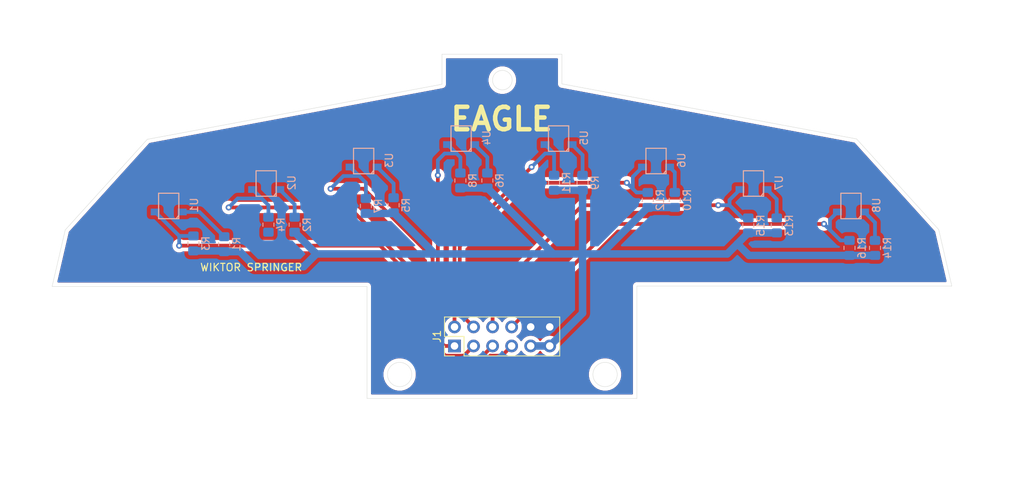
<source format=kicad_pcb>
(kicad_pcb (version 20171130) (host pcbnew "(5.1.9)-1")

  (general
    (thickness 1.6)
    (drawings 19)
    (tracks 131)
    (zones 0)
    (modules 25)
    (nets 19)
  )

  (page A4)
  (layers
    (0 F.Cu signal)
    (31 B.Cu signal)
    (32 B.Adhes user)
    (33 F.Adhes user)
    (34 B.Paste user)
    (35 F.Paste user)
    (36 B.SilkS user)
    (37 F.SilkS user)
    (38 B.Mask user)
    (39 F.Mask user)
    (40 Dwgs.User user)
    (41 Cmts.User user)
    (42 Eco1.User user)
    (43 Eco2.User user)
    (44 Edge.Cuts user)
    (45 Margin user)
    (46 B.CrtYd user)
    (47 F.CrtYd user)
    (48 B.Fab user)
    (49 F.Fab user)
  )

  (setup
    (last_trace_width 0.5)
    (user_trace_width 0.2)
    (user_trace_width 0.5)
    (user_trace_width 0.75)
    (user_trace_width 1)
    (trace_clearance 0.2)
    (zone_clearance 0.508)
    (zone_45_only no)
    (trace_min 0.2)
    (via_size 0.8)
    (via_drill 0.4)
    (via_min_size 0.4)
    (via_min_drill 0.3)
    (uvia_size 0.3)
    (uvia_drill 0.1)
    (uvias_allowed no)
    (uvia_min_size 0.2)
    (uvia_min_drill 0.1)
    (edge_width 0.05)
    (segment_width 0.2)
    (pcb_text_width 0.3)
    (pcb_text_size 1.5 1.5)
    (mod_edge_width 0.12)
    (mod_text_size 1 1)
    (mod_text_width 0.15)
    (pad_size 1.524 1.524)
    (pad_drill 0.762)
    (pad_to_mask_clearance 0)
    (aux_axis_origin 0 0)
    (visible_elements 7FFFF7FF)
    (pcbplotparams
      (layerselection 0x010fc_ffffffff)
      (usegerberextensions false)
      (usegerberattributes true)
      (usegerberadvancedattributes true)
      (creategerberjobfile true)
      (excludeedgelayer true)
      (linewidth 0.100000)
      (plotframeref false)
      (viasonmask false)
      (mode 1)
      (useauxorigin false)
      (hpglpennumber 1)
      (hpglpenspeed 20)
      (hpglpendiameter 15.000000)
      (psnegative false)
      (psa4output false)
      (plotreference true)
      (plotvalue true)
      (plotinvisibletext false)
      (padsonsilk false)
      (subtractmaskfromsilk false)
      (outputformat 1)
      (mirror false)
      (drillshape 1)
      (scaleselection 1)
      (outputdirectory ""))
  )

  (net 0 "")
  (net 1 Out1)
  (net 2 Out2)
  (net 3 Out3)
  (net 4 Out4)
  (net 5 Out5)
  (net 6 Out6)
  (net 7 Out7)
  (net 8 Out8)
  (net 9 +3V3)
  (net 10 GND)
  (net 11 "Net-(R1-Pad2)")
  (net 12 "Net-(R2-Pad2)")
  (net 13 "Net-(R5-Pad2)")
  (net 14 "Net-(R6-Pad2)")
  (net 15 "Net-(R9-Pad2)")
  (net 16 "Net-(R10-Pad2)")
  (net 17 "Net-(R13-Pad2)")
  (net 18 "Net-(R14-Pad2)")

  (net_class Default "This is the default net class."
    (clearance 0.2)
    (trace_width 0.25)
    (via_dia 0.8)
    (via_drill 0.4)
    (uvia_dia 0.3)
    (uvia_drill 0.1)
    (add_net +3V3)
    (add_net GND)
    (add_net "Net-(R1-Pad2)")
    (add_net "Net-(R10-Pad2)")
    (add_net "Net-(R13-Pad2)")
    (add_net "Net-(R14-Pad2)")
    (add_net "Net-(R2-Pad2)")
    (add_net "Net-(R5-Pad2)")
    (add_net "Net-(R6-Pad2)")
    (add_net "Net-(R9-Pad2)")
    (add_net Out1)
    (add_net Out2)
    (add_net Out3)
    (add_net Out4)
    (add_net Out5)
    (add_net Out6)
    (add_net Out7)
    (add_net Out8)
  )

  (module KTIR0711S:transoptor_KTIR0711S (layer B.Cu) (tedit 604CE119) (tstamp 608D821F)
    (at 131 98.5 90)
    (path /608B417A)
    (fp_text reference U5 (at 0.1 3.4 90) (layer B.SilkS)
      (effects (font (size 1 1) (thickness 0.15)) (justify mirror))
    )
    (fp_text value KTIR0711S (at 0 5 90) (layer B.Fab)
      (effects (font (size 1 1) (thickness 0.15)) (justify mirror))
    )
    (fp_line (start 1.7 1.35) (end 0 1.35) (layer B.SilkS) (width 0.15))
    (fp_line (start 1.7 -1.35) (end 1.7 1.35) (layer B.SilkS) (width 0.15))
    (fp_line (start 0 -1.35) (end 1.7 -1.35) (layer B.SilkS) (width 0.15))
    (fp_line (start -1.7 -1.35) (end 0 -1.35) (layer B.SilkS) (width 0.15))
    (fp_line (start -1.7 0) (end -1.7 -1.35) (layer B.SilkS) (width 0.15))
    (fp_line (start -1.7 1.35) (end -1.7 0) (layer B.SilkS) (width 0.15))
    (fp_line (start 0 1.35) (end -1.7 1.35) (layer B.SilkS) (width 0.15))
    (fp_line (start -1.3 1.3) (end -1.7 1) (layer B.SilkS) (width 0.15))
    (pad 4 smd rect (at -0.8 -1.8 90) (size 0.9 1.2) (layers B.Cu B.Paste B.Mask)
      (net 5 Out5))
    (pad 3 smd rect (at 0.8 -1.8 90) (size 0.9 1.2) (layers B.Cu B.Paste B.Mask)
      (net 10 GND))
    (pad 1 smd rect (at -0.8 1.8 90) (size 0.9 1.2) (layers B.Cu B.Paste B.Mask)
      (net 15 "Net-(R9-Pad2)"))
    (pad 2 smd rect (at 0.8 1.8 90) (size 0.9 1.2) (layers B.Cu B.Paste B.Mask)
      (net 10 GND))
  )

  (module KTIR0711S:transoptor_KTIR0711S (layer B.Cu) (tedit 604CE119) (tstamp 608D824F)
    (at 170 107.5 90)
    (path /608BE96B)
    (fp_text reference U8 (at 0.1 3.4 90) (layer B.SilkS)
      (effects (font (size 1 1) (thickness 0.15)) (justify mirror))
    )
    (fp_text value KTIR0711S (at 0 5 90) (layer B.Fab)
      (effects (font (size 1 1) (thickness 0.15)) (justify mirror))
    )
    (fp_line (start 1.7 1.35) (end 0 1.35) (layer B.SilkS) (width 0.15))
    (fp_line (start 1.7 -1.35) (end 1.7 1.35) (layer B.SilkS) (width 0.15))
    (fp_line (start 0 -1.35) (end 1.7 -1.35) (layer B.SilkS) (width 0.15))
    (fp_line (start -1.7 -1.35) (end 0 -1.35) (layer B.SilkS) (width 0.15))
    (fp_line (start -1.7 0) (end -1.7 -1.35) (layer B.SilkS) (width 0.15))
    (fp_line (start -1.7 1.35) (end -1.7 0) (layer B.SilkS) (width 0.15))
    (fp_line (start 0 1.35) (end -1.7 1.35) (layer B.SilkS) (width 0.15))
    (fp_line (start -1.3 1.3) (end -1.7 1) (layer B.SilkS) (width 0.15))
    (pad 4 smd rect (at -0.8 -1.8 90) (size 0.9 1.2) (layers B.Cu B.Paste B.Mask)
      (net 8 Out8))
    (pad 3 smd rect (at 0.8 -1.8 90) (size 0.9 1.2) (layers B.Cu B.Paste B.Mask)
      (net 10 GND))
    (pad 1 smd rect (at -0.8 1.8 90) (size 0.9 1.2) (layers B.Cu B.Paste B.Mask)
      (net 18 "Net-(R14-Pad2)"))
    (pad 2 smd rect (at 0.8 1.8 90) (size 0.9 1.2) (layers B.Cu B.Paste B.Mask)
      (net 10 GND))
  )

  (module KTIR0711S:transoptor_KTIR0711S (layer B.Cu) (tedit 604CE119) (tstamp 608D823F)
    (at 157 104.5 90)
    (path /608B5B03)
    (fp_text reference U7 (at 0.1 3.4 90) (layer B.SilkS)
      (effects (font (size 1 1) (thickness 0.15)) (justify mirror))
    )
    (fp_text value KTIR0711S (at 0 5 90) (layer B.Fab)
      (effects (font (size 1 1) (thickness 0.15)) (justify mirror))
    )
    (fp_line (start -1.3 1.3) (end -1.7 1) (layer B.SilkS) (width 0.15))
    (fp_line (start 0 1.35) (end -1.7 1.35) (layer B.SilkS) (width 0.15))
    (fp_line (start -1.7 1.35) (end -1.7 0) (layer B.SilkS) (width 0.15))
    (fp_line (start -1.7 0) (end -1.7 -1.35) (layer B.SilkS) (width 0.15))
    (fp_line (start -1.7 -1.35) (end 0 -1.35) (layer B.SilkS) (width 0.15))
    (fp_line (start 0 -1.35) (end 1.7 -1.35) (layer B.SilkS) (width 0.15))
    (fp_line (start 1.7 -1.35) (end 1.7 1.35) (layer B.SilkS) (width 0.15))
    (fp_line (start 1.7 1.35) (end 0 1.35) (layer B.SilkS) (width 0.15))
    (pad 2 smd rect (at 0.8 1.8 90) (size 0.9 1.2) (layers B.Cu B.Paste B.Mask)
      (net 10 GND))
    (pad 1 smd rect (at -0.8 1.8 90) (size 0.9 1.2) (layers B.Cu B.Paste B.Mask)
      (net 17 "Net-(R13-Pad2)"))
    (pad 3 smd rect (at 0.8 -1.8 90) (size 0.9 1.2) (layers B.Cu B.Paste B.Mask)
      (net 10 GND))
    (pad 4 smd rect (at -0.8 -1.8 90) (size 0.9 1.2) (layers B.Cu B.Paste B.Mask)
      (net 7 Out7))
  )

  (module KTIR0711S:transoptor_KTIR0711S (layer B.Cu) (tedit 604CE119) (tstamp 608D822F)
    (at 144 101.5 90)
    (path /608BE93D)
    (fp_text reference U6 (at 0.1 3.4 90) (layer B.SilkS)
      (effects (font (size 1 1) (thickness 0.15)) (justify mirror))
    )
    (fp_text value KTIR0711S (at 0 5 90) (layer B.Fab)
      (effects (font (size 1 1) (thickness 0.15)) (justify mirror))
    )
    (fp_line (start 1.7 1.35) (end 0 1.35) (layer B.SilkS) (width 0.15))
    (fp_line (start 1.7 -1.35) (end 1.7 1.35) (layer B.SilkS) (width 0.15))
    (fp_line (start 0 -1.35) (end 1.7 -1.35) (layer B.SilkS) (width 0.15))
    (fp_line (start -1.7 -1.35) (end 0 -1.35) (layer B.SilkS) (width 0.15))
    (fp_line (start -1.7 0) (end -1.7 -1.35) (layer B.SilkS) (width 0.15))
    (fp_line (start -1.7 1.35) (end -1.7 0) (layer B.SilkS) (width 0.15))
    (fp_line (start 0 1.35) (end -1.7 1.35) (layer B.SilkS) (width 0.15))
    (fp_line (start -1.3 1.3) (end -1.7 1) (layer B.SilkS) (width 0.15))
    (pad 4 smd rect (at -0.8 -1.8 90) (size 0.9 1.2) (layers B.Cu B.Paste B.Mask)
      (net 6 Out6))
    (pad 3 smd rect (at 0.8 -1.8 90) (size 0.9 1.2) (layers B.Cu B.Paste B.Mask)
      (net 10 GND))
    (pad 1 smd rect (at -0.8 1.8 90) (size 0.9 1.2) (layers B.Cu B.Paste B.Mask)
      (net 16 "Net-(R10-Pad2)"))
    (pad 2 smd rect (at 0.8 1.8 90) (size 0.9 1.2) (layers B.Cu B.Paste B.Mask)
      (net 10 GND))
  )

  (module Connector_PinHeader_2.54mm:PinHeader_2x06_P2.54mm_Vertical (layer F.Cu) (tedit 59FED5CC) (tstamp 608D80BF)
    (at 117.12 126.19 90)
    (descr "Through hole straight pin header, 2x06, 2.54mm pitch, double rows")
    (tags "Through hole pin header THT 2x06 2.54mm double row")
    (path /608C2DE6)
    (fp_text reference J1 (at 1.27 -2.33 90) (layer F.SilkS)
      (effects (font (size 1 1) (thickness 0.15)))
    )
    (fp_text value Conn_02x06_Odd_Even (at 1.27 15.03 90) (layer F.Fab)
      (effects (font (size 1 1) (thickness 0.15)))
    )
    (fp_line (start 0 -1.27) (end 3.81 -1.27) (layer F.Fab) (width 0.1))
    (fp_line (start 3.81 -1.27) (end 3.81 13.97) (layer F.Fab) (width 0.1))
    (fp_line (start 3.81 13.97) (end -1.27 13.97) (layer F.Fab) (width 0.1))
    (fp_line (start -1.27 13.97) (end -1.27 0) (layer F.Fab) (width 0.1))
    (fp_line (start -1.27 0) (end 0 -1.27) (layer F.Fab) (width 0.1))
    (fp_line (start -1.33 14.03) (end 3.87 14.03) (layer F.SilkS) (width 0.12))
    (fp_line (start -1.33 1.27) (end -1.33 14.03) (layer F.SilkS) (width 0.12))
    (fp_line (start 3.87 -1.33) (end 3.87 14.03) (layer F.SilkS) (width 0.12))
    (fp_line (start -1.33 1.27) (end 1.27 1.27) (layer F.SilkS) (width 0.12))
    (fp_line (start 1.27 1.27) (end 1.27 -1.33) (layer F.SilkS) (width 0.12))
    (fp_line (start 1.27 -1.33) (end 3.87 -1.33) (layer F.SilkS) (width 0.12))
    (fp_line (start -1.33 0) (end -1.33 -1.33) (layer F.SilkS) (width 0.12))
    (fp_line (start -1.33 -1.33) (end 0 -1.33) (layer F.SilkS) (width 0.12))
    (fp_line (start -1.8 -1.8) (end -1.8 14.5) (layer F.CrtYd) (width 0.05))
    (fp_line (start -1.8 14.5) (end 4.35 14.5) (layer F.CrtYd) (width 0.05))
    (fp_line (start 4.35 14.5) (end 4.35 -1.8) (layer F.CrtYd) (width 0.05))
    (fp_line (start 4.35 -1.8) (end -1.8 -1.8) (layer F.CrtYd) (width 0.05))
    (fp_text user %R (at 1.27 6.35) (layer F.Fab)
      (effects (font (size 1 1) (thickness 0.15)))
    )
    (pad 1 thru_hole rect (at 0 0 90) (size 1.7 1.7) (drill 1) (layers *.Cu *.Mask)
      (net 4 Out4))
    (pad 2 thru_hole oval (at 2.54 0 90) (size 1.7 1.7) (drill 1) (layers *.Cu *.Mask)
      (net 5 Out5))
    (pad 3 thru_hole oval (at 0 2.54 90) (size 1.7 1.7) (drill 1) (layers *.Cu *.Mask)
      (net 3 Out3))
    (pad 4 thru_hole oval (at 2.54 2.54 90) (size 1.7 1.7) (drill 1) (layers *.Cu *.Mask)
      (net 6 Out6))
    (pad 5 thru_hole oval (at 0 5.08 90) (size 1.7 1.7) (drill 1) (layers *.Cu *.Mask)
      (net 2 Out2))
    (pad 6 thru_hole oval (at 2.54 5.08 90) (size 1.7 1.7) (drill 1) (layers *.Cu *.Mask)
      (net 7 Out7))
    (pad 7 thru_hole oval (at 0 7.62 90) (size 1.7 1.7) (drill 1) (layers *.Cu *.Mask)
      (net 1 Out1))
    (pad 8 thru_hole oval (at 2.54 7.62 90) (size 1.7 1.7) (drill 1) (layers *.Cu *.Mask)
      (net 8 Out8))
    (pad 9 thru_hole oval (at 0 10.16 90) (size 1.7 1.7) (drill 1) (layers *.Cu *.Mask)
      (net 9 +3V3))
    (pad 10 thru_hole oval (at 2.54 10.16 90) (size 1.7 1.7) (drill 1) (layers *.Cu *.Mask)
      (net 10 GND))
    (pad 11 thru_hole oval (at 0 12.7 90) (size 1.7 1.7) (drill 1) (layers *.Cu *.Mask)
      (net 9 +3V3))
    (pad 12 thru_hole oval (at 2.54 12.7 90) (size 1.7 1.7) (drill 1) (layers *.Cu *.Mask)
      (net 10 GND))
    (model ${KISYS3DMOD}/Connector_PinHeader_2.54mm.3dshapes/PinHeader_2x06_P2.54mm_Vertical.wrl
      (at (xyz 0 0 0))
      (scale (xyz 1 1 1))
      (rotate (xyz 0 0 0))
    )
  )

  (module Resistor_SMD:R_0805_2012Metric_Pad1.20x1.40mm_HandSolder (layer B.Cu) (tedit 5F68FEEE) (tstamp 608D817A)
    (at 130.4 104.4 90)
    (descr "Resistor SMD 0805 (2012 Metric), square (rectangular) end terminal, IPC_7351 nominal with elongated pad for handsoldering. (Body size source: IPC-SM-782 page 72, https://www.pcb-3d.com/wordpress/wp-content/uploads/ipc-sm-782a_amendment_1_and_2.pdf), generated with kicad-footprint-generator")
    (tags "resistor handsolder")
    (path /608B4191)
    (attr smd)
    (fp_text reference R11 (at 0 1.65 -90) (layer B.SilkS)
      (effects (font (size 1 1) (thickness 0.15)) (justify mirror))
    )
    (fp_text value 10k (at 0 -1.65 -90) (layer B.Fab)
      (effects (font (size 1 1) (thickness 0.15)) (justify mirror))
    )
    (fp_line (start 1.85 -0.95) (end -1.85 -0.95) (layer B.CrtYd) (width 0.05))
    (fp_line (start 1.85 0.95) (end 1.85 -0.95) (layer B.CrtYd) (width 0.05))
    (fp_line (start -1.85 0.95) (end 1.85 0.95) (layer B.CrtYd) (width 0.05))
    (fp_line (start -1.85 -0.95) (end -1.85 0.95) (layer B.CrtYd) (width 0.05))
    (fp_line (start -0.227064 -0.735) (end 0.227064 -0.735) (layer B.SilkS) (width 0.12))
    (fp_line (start -0.227064 0.735) (end 0.227064 0.735) (layer B.SilkS) (width 0.12))
    (fp_line (start 1 -0.625) (end -1 -0.625) (layer B.Fab) (width 0.1))
    (fp_line (start 1 0.625) (end 1 -0.625) (layer B.Fab) (width 0.1))
    (fp_line (start -1 0.625) (end 1 0.625) (layer B.Fab) (width 0.1))
    (fp_line (start -1 -0.625) (end -1 0.625) (layer B.Fab) (width 0.1))
    (fp_text user %R (at 0 0 -90) (layer B.Fab)
      (effects (font (size 0.5 0.5) (thickness 0.08)) (justify mirror))
    )
    (pad 2 smd roundrect (at 1 0 90) (size 1.2 1.4) (layers B.Cu B.Paste B.Mask) (roundrect_rratio 0.208333)
      (net 5 Out5))
    (pad 1 smd roundrect (at -1 0 90) (size 1.2 1.4) (layers B.Cu B.Paste B.Mask) (roundrect_rratio 0.208333)
      (net 9 +3V3))
    (model ${KISYS3DMOD}/Resistor_SMD.3dshapes/R_0805_2012Metric.wrl
      (at (xyz 0 0 0))
      (scale (xyz 1 1 1))
      (rotate (xyz 0 0 0))
    )
  )

  (module Resistor_SMD:R_0805_2012Metric_Pad1.20x1.40mm_HandSolder (layer B.Cu) (tedit 5F68FEEE) (tstamp 608D8158)
    (at 134.2 104.4 90)
    (descr "Resistor SMD 0805 (2012 Metric), square (rectangular) end terminal, IPC_7351 nominal with elongated pad for handsoldering. (Body size source: IPC-SM-782 page 72, https://www.pcb-3d.com/wordpress/wp-content/uploads/ipc-sm-782a_amendment_1_and_2.pdf), generated with kicad-footprint-generator")
    (tags "resistor handsolder")
    (path /608B418B)
    (attr smd)
    (fp_text reference R9 (at 0 1.65 -90) (layer B.SilkS)
      (effects (font (size 1 1) (thickness 0.15)) (justify mirror))
    )
    (fp_text value 220 (at 0 -1.65 -90) (layer B.Fab)
      (effects (font (size 1 1) (thickness 0.15)) (justify mirror))
    )
    (fp_line (start -1 -0.625) (end -1 0.625) (layer B.Fab) (width 0.1))
    (fp_line (start -1 0.625) (end 1 0.625) (layer B.Fab) (width 0.1))
    (fp_line (start 1 0.625) (end 1 -0.625) (layer B.Fab) (width 0.1))
    (fp_line (start 1 -0.625) (end -1 -0.625) (layer B.Fab) (width 0.1))
    (fp_line (start -0.227064 0.735) (end 0.227064 0.735) (layer B.SilkS) (width 0.12))
    (fp_line (start -0.227064 -0.735) (end 0.227064 -0.735) (layer B.SilkS) (width 0.12))
    (fp_line (start -1.85 -0.95) (end -1.85 0.95) (layer B.CrtYd) (width 0.05))
    (fp_line (start -1.85 0.95) (end 1.85 0.95) (layer B.CrtYd) (width 0.05))
    (fp_line (start 1.85 0.95) (end 1.85 -0.95) (layer B.CrtYd) (width 0.05))
    (fp_line (start 1.85 -0.95) (end -1.85 -0.95) (layer B.CrtYd) (width 0.05))
    (fp_text user %R (at 0 0 -90) (layer B.Fab)
      (effects (font (size 0.5 0.5) (thickness 0.08)) (justify mirror))
    )
    (pad 1 smd roundrect (at -1 0 90) (size 1.2 1.4) (layers B.Cu B.Paste B.Mask) (roundrect_rratio 0.208333)
      (net 9 +3V3))
    (pad 2 smd roundrect (at 1 0 90) (size 1.2 1.4) (layers B.Cu B.Paste B.Mask) (roundrect_rratio 0.208333)
      (net 15 "Net-(R9-Pad2)"))
    (model ${KISYS3DMOD}/Resistor_SMD.3dshapes/R_0805_2012Metric.wrl
      (at (xyz 0 0 0))
      (scale (xyz 1 1 1))
      (rotate (xyz 0 0 0))
    )
  )

  (module Resistor_SMD:R_0805_2012Metric_Pad1.20x1.40mm_HandSolder (layer B.Cu) (tedit 5F68FEEE) (tstamp 608D8147)
    (at 117.9 104.1 90)
    (descr "Resistor SMD 0805 (2012 Metric), square (rectangular) end terminal, IPC_7351 nominal with elongated pad for handsoldering. (Body size source: IPC-SM-782 page 72, https://www.pcb-3d.com/wordpress/wp-content/uploads/ipc-sm-782a_amendment_1_and_2.pdf), generated with kicad-footprint-generator")
    (tags "resistor handsolder")
    (path /608BE926)
    (attr smd)
    (fp_text reference R8 (at 0 1.65 270) (layer B.SilkS)
      (effects (font (size 1 1) (thickness 0.15)) (justify mirror))
    )
    (fp_text value 10k (at 0 -1.65 270) (layer B.Fab)
      (effects (font (size 1 1) (thickness 0.15)) (justify mirror))
    )
    (fp_line (start 1.85 -0.95) (end -1.85 -0.95) (layer B.CrtYd) (width 0.05))
    (fp_line (start 1.85 0.95) (end 1.85 -0.95) (layer B.CrtYd) (width 0.05))
    (fp_line (start -1.85 0.95) (end 1.85 0.95) (layer B.CrtYd) (width 0.05))
    (fp_line (start -1.85 -0.95) (end -1.85 0.95) (layer B.CrtYd) (width 0.05))
    (fp_line (start -0.227064 -0.735) (end 0.227064 -0.735) (layer B.SilkS) (width 0.12))
    (fp_line (start -0.227064 0.735) (end 0.227064 0.735) (layer B.SilkS) (width 0.12))
    (fp_line (start 1 -0.625) (end -1 -0.625) (layer B.Fab) (width 0.1))
    (fp_line (start 1 0.625) (end 1 -0.625) (layer B.Fab) (width 0.1))
    (fp_line (start -1 0.625) (end 1 0.625) (layer B.Fab) (width 0.1))
    (fp_line (start -1 -0.625) (end -1 0.625) (layer B.Fab) (width 0.1))
    (fp_text user %R (at 0 0 270) (layer B.Fab)
      (effects (font (size 0.5 0.5) (thickness 0.08)) (justify mirror))
    )
    (pad 2 smd roundrect (at 1 0 90) (size 1.2 1.4) (layers B.Cu B.Paste B.Mask) (roundrect_rratio 0.208333)
      (net 4 Out4))
    (pad 1 smd roundrect (at -1 0 90) (size 1.2 1.4) (layers B.Cu B.Paste B.Mask) (roundrect_rratio 0.208333)
      (net 9 +3V3))
    (model ${KISYS3DMOD}/Resistor_SMD.3dshapes/R_0805_2012Metric.wrl
      (at (xyz 0 0 0))
      (scale (xyz 1 1 1))
      (rotate (xyz 0 0 0))
    )
  )

  (module Resistor_SMD:R_0805_2012Metric_Pad1.20x1.40mm_HandSolder (layer B.Cu) (tedit 5F68FEEE) (tstamp 608D8125)
    (at 121.5 104.1 90)
    (descr "Resistor SMD 0805 (2012 Metric), square (rectangular) end terminal, IPC_7351 nominal with elongated pad for handsoldering. (Body size source: IPC-SM-782 page 72, https://www.pcb-3d.com/wordpress/wp-content/uploads/ipc-sm-782a_amendment_1_and_2.pdf), generated with kicad-footprint-generator")
    (tags "resistor handsolder")
    (path /608BE920)
    (attr smd)
    (fp_text reference R6 (at 0 1.65 270) (layer B.SilkS)
      (effects (font (size 1 1) (thickness 0.15)) (justify mirror))
    )
    (fp_text value 220 (at 0 -1.65 270) (layer B.Fab)
      (effects (font (size 1 1) (thickness 0.15)) (justify mirror))
    )
    (fp_line (start -1 -0.625) (end -1 0.625) (layer B.Fab) (width 0.1))
    (fp_line (start -1 0.625) (end 1 0.625) (layer B.Fab) (width 0.1))
    (fp_line (start 1 0.625) (end 1 -0.625) (layer B.Fab) (width 0.1))
    (fp_line (start 1 -0.625) (end -1 -0.625) (layer B.Fab) (width 0.1))
    (fp_line (start -0.227064 0.735) (end 0.227064 0.735) (layer B.SilkS) (width 0.12))
    (fp_line (start -0.227064 -0.735) (end 0.227064 -0.735) (layer B.SilkS) (width 0.12))
    (fp_line (start -1.85 -0.95) (end -1.85 0.95) (layer B.CrtYd) (width 0.05))
    (fp_line (start -1.85 0.95) (end 1.85 0.95) (layer B.CrtYd) (width 0.05))
    (fp_line (start 1.85 0.95) (end 1.85 -0.95) (layer B.CrtYd) (width 0.05))
    (fp_line (start 1.85 -0.95) (end -1.85 -0.95) (layer B.CrtYd) (width 0.05))
    (fp_text user %R (at 0 0 270) (layer B.Fab)
      (effects (font (size 0.5 0.5) (thickness 0.08)) (justify mirror))
    )
    (pad 1 smd roundrect (at -1 0 90) (size 1.2 1.4) (layers B.Cu B.Paste B.Mask) (roundrect_rratio 0.208333)
      (net 9 +3V3))
    (pad 2 smd roundrect (at 1 0 90) (size 1.2 1.4) (layers B.Cu B.Paste B.Mask) (roundrect_rratio 0.208333)
      (net 14 "Net-(R6-Pad2)"))
    (model ${KISYS3DMOD}/Resistor_SMD.3dshapes/R_0805_2012Metric.wrl
      (at (xyz 0 0 0))
      (scale (xyz 1 1 1))
      (rotate (xyz 0 0 0))
    )
  )

  (module Resistor_SMD:R_0805_2012Metric_Pad1.20x1.40mm_HandSolder (layer B.Cu) (tedit 5F68FEEE) (tstamp 608D80D0)
    (at 86.4 112.6 90)
    (descr "Resistor SMD 0805 (2012 Metric), square (rectangular) end terminal, IPC_7351 nominal with elongated pad for handsoldering. (Body size source: IPC-SM-782 page 72, https://www.pcb-3d.com/wordpress/wp-content/uploads/ipc-sm-782a_amendment_1_and_2.pdf), generated with kicad-footprint-generator")
    (tags "resistor handsolder")
    (path /608AA27C)
    (attr smd)
    (fp_text reference R1 (at 0 1.65 -90) (layer B.SilkS)
      (effects (font (size 1 1) (thickness 0.15)) (justify mirror))
    )
    (fp_text value 220 (at 0 -1.65 -90) (layer B.Fab)
      (effects (font (size 1 1) (thickness 0.15)) (justify mirror))
    )
    (fp_line (start -1 -0.625) (end -1 0.625) (layer B.Fab) (width 0.1))
    (fp_line (start -1 0.625) (end 1 0.625) (layer B.Fab) (width 0.1))
    (fp_line (start 1 0.625) (end 1 -0.625) (layer B.Fab) (width 0.1))
    (fp_line (start 1 -0.625) (end -1 -0.625) (layer B.Fab) (width 0.1))
    (fp_line (start -0.227064 0.735) (end 0.227064 0.735) (layer B.SilkS) (width 0.12))
    (fp_line (start -0.227064 -0.735) (end 0.227064 -0.735) (layer B.SilkS) (width 0.12))
    (fp_line (start -1.85 -0.95) (end -1.85 0.95) (layer B.CrtYd) (width 0.05))
    (fp_line (start -1.85 0.95) (end 1.85 0.95) (layer B.CrtYd) (width 0.05))
    (fp_line (start 1.85 0.95) (end 1.85 -0.95) (layer B.CrtYd) (width 0.05))
    (fp_line (start 1.85 -0.95) (end -1.85 -0.95) (layer B.CrtYd) (width 0.05))
    (fp_text user %R (at 0 0 -90) (layer B.Fab)
      (effects (font (size 0.5 0.5) (thickness 0.08)) (justify mirror))
    )
    (pad 1 smd roundrect (at -1 0 90) (size 1.2 1.4) (layers B.Cu B.Paste B.Mask) (roundrect_rratio 0.208333)
      (net 9 +3V3))
    (pad 2 smd roundrect (at 1 0 90) (size 1.2 1.4) (layers B.Cu B.Paste B.Mask) (roundrect_rratio 0.208333)
      (net 11 "Net-(R1-Pad2)"))
    (model ${KISYS3DMOD}/Resistor_SMD.3dshapes/R_0805_2012Metric.wrl
      (at (xyz 0 0 0))
      (scale (xyz 1 1 1))
      (rotate (xyz 0 0 0))
    )
  )

  (module Resistor_SMD:R_0805_2012Metric_Pad1.20x1.40mm_HandSolder (layer B.Cu) (tedit 5F68FEEE) (tstamp 608D80E1)
    (at 95.8 110 90)
    (descr "Resistor SMD 0805 (2012 Metric), square (rectangular) end terminal, IPC_7351 nominal with elongated pad for handsoldering. (Body size source: IPC-SM-782 page 72, https://www.pcb-3d.com/wordpress/wp-content/uploads/ipc-sm-782a_amendment_1_and_2.pdf), generated with kicad-footprint-generator")
    (tags "resistor handsolder")
    (path /608BE8F2)
    (attr smd)
    (fp_text reference R2 (at 0 1.65 270) (layer B.SilkS)
      (effects (font (size 1 1) (thickness 0.15)) (justify mirror))
    )
    (fp_text value 220 (at 0 -1.65 270) (layer B.Fab)
      (effects (font (size 1 1) (thickness 0.15)) (justify mirror))
    )
    (fp_line (start 1.85 -0.95) (end -1.85 -0.95) (layer B.CrtYd) (width 0.05))
    (fp_line (start 1.85 0.95) (end 1.85 -0.95) (layer B.CrtYd) (width 0.05))
    (fp_line (start -1.85 0.95) (end 1.85 0.95) (layer B.CrtYd) (width 0.05))
    (fp_line (start -1.85 -0.95) (end -1.85 0.95) (layer B.CrtYd) (width 0.05))
    (fp_line (start -0.227064 -0.735) (end 0.227064 -0.735) (layer B.SilkS) (width 0.12))
    (fp_line (start -0.227064 0.735) (end 0.227064 0.735) (layer B.SilkS) (width 0.12))
    (fp_line (start 1 -0.625) (end -1 -0.625) (layer B.Fab) (width 0.1))
    (fp_line (start 1 0.625) (end 1 -0.625) (layer B.Fab) (width 0.1))
    (fp_line (start -1 0.625) (end 1 0.625) (layer B.Fab) (width 0.1))
    (fp_line (start -1 -0.625) (end -1 0.625) (layer B.Fab) (width 0.1))
    (fp_text user %R (at 0 0 270) (layer B.Fab)
      (effects (font (size 0.5 0.5) (thickness 0.08)) (justify mirror))
    )
    (pad 2 smd roundrect (at 1 0 90) (size 1.2 1.4) (layers B.Cu B.Paste B.Mask) (roundrect_rratio 0.208333)
      (net 12 "Net-(R2-Pad2)"))
    (pad 1 smd roundrect (at -1 0 90) (size 1.2 1.4) (layers B.Cu B.Paste B.Mask) (roundrect_rratio 0.208333)
      (net 9 +3V3))
    (model ${KISYS3DMOD}/Resistor_SMD.3dshapes/R_0805_2012Metric.wrl
      (at (xyz 0 0 0))
      (scale (xyz 1 1 1))
      (rotate (xyz 0 0 0))
    )
  )

  (module Resistor_SMD:R_0805_2012Metric_Pad1.20x1.40mm_HandSolder (layer B.Cu) (tedit 5F68FEEE) (tstamp 608D80F2)
    (at 82.3 112.5 90)
    (descr "Resistor SMD 0805 (2012 Metric), square (rectangular) end terminal, IPC_7351 nominal with elongated pad for handsoldering. (Body size source: IPC-SM-782 page 72, https://www.pcb-3d.com/wordpress/wp-content/uploads/ipc-sm-782a_amendment_1_and_2.pdf), generated with kicad-footprint-generator")
    (tags "resistor handsolder")
    (path /608AA988)
    (attr smd)
    (fp_text reference R3 (at 0 1.65 -90) (layer B.SilkS)
      (effects (font (size 1 1) (thickness 0.15)) (justify mirror))
    )
    (fp_text value 10k (at 0 -1.65 -90) (layer B.Fab)
      (effects (font (size 1 1) (thickness 0.15)) (justify mirror))
    )
    (fp_line (start 1.85 -0.95) (end -1.85 -0.95) (layer B.CrtYd) (width 0.05))
    (fp_line (start 1.85 0.95) (end 1.85 -0.95) (layer B.CrtYd) (width 0.05))
    (fp_line (start -1.85 0.95) (end 1.85 0.95) (layer B.CrtYd) (width 0.05))
    (fp_line (start -1.85 -0.95) (end -1.85 0.95) (layer B.CrtYd) (width 0.05))
    (fp_line (start -0.227064 -0.735) (end 0.227064 -0.735) (layer B.SilkS) (width 0.12))
    (fp_line (start -0.227064 0.735) (end 0.227064 0.735) (layer B.SilkS) (width 0.12))
    (fp_line (start 1 -0.625) (end -1 -0.625) (layer B.Fab) (width 0.1))
    (fp_line (start 1 0.625) (end 1 -0.625) (layer B.Fab) (width 0.1))
    (fp_line (start -1 0.625) (end 1 0.625) (layer B.Fab) (width 0.1))
    (fp_line (start -1 -0.625) (end -1 0.625) (layer B.Fab) (width 0.1))
    (fp_text user %R (at 0 0 -90) (layer B.Fab)
      (effects (font (size 0.5 0.5) (thickness 0.08)) (justify mirror))
    )
    (pad 2 smd roundrect (at 1 0 90) (size 1.2 1.4) (layers B.Cu B.Paste B.Mask) (roundrect_rratio 0.208333)
      (net 1 Out1))
    (pad 1 smd roundrect (at -1 0 90) (size 1.2 1.4) (layers B.Cu B.Paste B.Mask) (roundrect_rratio 0.208333)
      (net 9 +3V3))
    (model ${KISYS3DMOD}/Resistor_SMD.3dshapes/R_0805_2012Metric.wrl
      (at (xyz 0 0 0))
      (scale (xyz 1 1 1))
      (rotate (xyz 0 0 0))
    )
  )

  (module Resistor_SMD:R_0805_2012Metric_Pad1.20x1.40mm_HandSolder (layer B.Cu) (tedit 5F68FEEE) (tstamp 608D8103)
    (at 92.3 110 90)
    (descr "Resistor SMD 0805 (2012 Metric), square (rectangular) end terminal, IPC_7351 nominal with elongated pad for handsoldering. (Body size source: IPC-SM-782 page 72, https://www.pcb-3d.com/wordpress/wp-content/uploads/ipc-sm-782a_amendment_1_and_2.pdf), generated with kicad-footprint-generator")
    (tags "resistor handsolder")
    (path /608BE8F8)
    (attr smd)
    (fp_text reference R4 (at 0 1.65 270) (layer B.SilkS)
      (effects (font (size 1 1) (thickness 0.15)) (justify mirror))
    )
    (fp_text value 10k (at 0 -1.65 270) (layer B.Fab)
      (effects (font (size 1 1) (thickness 0.15)) (justify mirror))
    )
    (fp_line (start -1 -0.625) (end -1 0.625) (layer B.Fab) (width 0.1))
    (fp_line (start -1 0.625) (end 1 0.625) (layer B.Fab) (width 0.1))
    (fp_line (start 1 0.625) (end 1 -0.625) (layer B.Fab) (width 0.1))
    (fp_line (start 1 -0.625) (end -1 -0.625) (layer B.Fab) (width 0.1))
    (fp_line (start -0.227064 0.735) (end 0.227064 0.735) (layer B.SilkS) (width 0.12))
    (fp_line (start -0.227064 -0.735) (end 0.227064 -0.735) (layer B.SilkS) (width 0.12))
    (fp_line (start -1.85 -0.95) (end -1.85 0.95) (layer B.CrtYd) (width 0.05))
    (fp_line (start -1.85 0.95) (end 1.85 0.95) (layer B.CrtYd) (width 0.05))
    (fp_line (start 1.85 0.95) (end 1.85 -0.95) (layer B.CrtYd) (width 0.05))
    (fp_line (start 1.85 -0.95) (end -1.85 -0.95) (layer B.CrtYd) (width 0.05))
    (fp_text user %R (at 0 0 270) (layer B.Fab)
      (effects (font (size 0.5 0.5) (thickness 0.08)) (justify mirror))
    )
    (pad 1 smd roundrect (at -1 0 90) (size 1.2 1.4) (layers B.Cu B.Paste B.Mask) (roundrect_rratio 0.208333)
      (net 9 +3V3))
    (pad 2 smd roundrect (at 1 0 90) (size 1.2 1.4) (layers B.Cu B.Paste B.Mask) (roundrect_rratio 0.208333)
      (net 2 Out2))
    (model ${KISYS3DMOD}/Resistor_SMD.3dshapes/R_0805_2012Metric.wrl
      (at (xyz 0 0 0))
      (scale (xyz 1 1 1))
      (rotate (xyz 0 0 0))
    )
  )

  (module Resistor_SMD:R_0805_2012Metric_Pad1.20x1.40mm_HandSolder (layer B.Cu) (tedit 5F68FEEE) (tstamp 608D8114)
    (at 109 107.4 90)
    (descr "Resistor SMD 0805 (2012 Metric), square (rectangular) end terminal, IPC_7351 nominal with elongated pad for handsoldering. (Body size source: IPC-SM-782 page 72, https://www.pcb-3d.com/wordpress/wp-content/uploads/ipc-sm-782a_amendment_1_and_2.pdf), generated with kicad-footprint-generator")
    (tags "resistor handsolder")
    (path /608B285A)
    (attr smd)
    (fp_text reference R5 (at 0 1.65 270) (layer B.SilkS)
      (effects (font (size 1 1) (thickness 0.15)) (justify mirror))
    )
    (fp_text value 220 (at 0 -1.65 270) (layer B.Fab)
      (effects (font (size 1 1) (thickness 0.15)) (justify mirror))
    )
    (fp_line (start 1.85 -0.95) (end -1.85 -0.95) (layer B.CrtYd) (width 0.05))
    (fp_line (start 1.85 0.95) (end 1.85 -0.95) (layer B.CrtYd) (width 0.05))
    (fp_line (start -1.85 0.95) (end 1.85 0.95) (layer B.CrtYd) (width 0.05))
    (fp_line (start -1.85 -0.95) (end -1.85 0.95) (layer B.CrtYd) (width 0.05))
    (fp_line (start -0.227064 -0.735) (end 0.227064 -0.735) (layer B.SilkS) (width 0.12))
    (fp_line (start -0.227064 0.735) (end 0.227064 0.735) (layer B.SilkS) (width 0.12))
    (fp_line (start 1 -0.625) (end -1 -0.625) (layer B.Fab) (width 0.1))
    (fp_line (start 1 0.625) (end 1 -0.625) (layer B.Fab) (width 0.1))
    (fp_line (start -1 0.625) (end 1 0.625) (layer B.Fab) (width 0.1))
    (fp_line (start -1 -0.625) (end -1 0.625) (layer B.Fab) (width 0.1))
    (fp_text user %R (at 0 0 270) (layer B.Fab)
      (effects (font (size 0.5 0.5) (thickness 0.08)) (justify mirror))
    )
    (pad 2 smd roundrect (at 1 0 90) (size 1.2 1.4) (layers B.Cu B.Paste B.Mask) (roundrect_rratio 0.208333)
      (net 13 "Net-(R5-Pad2)"))
    (pad 1 smd roundrect (at -1 0 90) (size 1.2 1.4) (layers B.Cu B.Paste B.Mask) (roundrect_rratio 0.208333)
      (net 9 +3V3))
    (model ${KISYS3DMOD}/Resistor_SMD.3dshapes/R_0805_2012Metric.wrl
      (at (xyz 0 0 0))
      (scale (xyz 1 1 1))
      (rotate (xyz 0 0 0))
    )
  )

  (module Resistor_SMD:R_0805_2012Metric_Pad1.20x1.40mm_HandSolder (layer B.Cu) (tedit 5F68FEEE) (tstamp 608D8136)
    (at 105.3 107.5 90)
    (descr "Resistor SMD 0805 (2012 Metric), square (rectangular) end terminal, IPC_7351 nominal with elongated pad for handsoldering. (Body size source: IPC-SM-782 page 72, https://www.pcb-3d.com/wordpress/wp-content/uploads/ipc-sm-782a_amendment_1_and_2.pdf), generated with kicad-footprint-generator")
    (tags "resistor handsolder")
    (path /608B2860)
    (attr smd)
    (fp_text reference R7 (at 0 1.65 270) (layer B.SilkS)
      (effects (font (size 1 1) (thickness 0.15)) (justify mirror))
    )
    (fp_text value 10k (at 0 -1.65 270) (layer B.Fab)
      (effects (font (size 1 1) (thickness 0.15)) (justify mirror))
    )
    (fp_line (start -1 -0.625) (end -1 0.625) (layer B.Fab) (width 0.1))
    (fp_line (start -1 0.625) (end 1 0.625) (layer B.Fab) (width 0.1))
    (fp_line (start 1 0.625) (end 1 -0.625) (layer B.Fab) (width 0.1))
    (fp_line (start 1 -0.625) (end -1 -0.625) (layer B.Fab) (width 0.1))
    (fp_line (start -0.227064 0.735) (end 0.227064 0.735) (layer B.SilkS) (width 0.12))
    (fp_line (start -0.227064 -0.735) (end 0.227064 -0.735) (layer B.SilkS) (width 0.12))
    (fp_line (start -1.85 -0.95) (end -1.85 0.95) (layer B.CrtYd) (width 0.05))
    (fp_line (start -1.85 0.95) (end 1.85 0.95) (layer B.CrtYd) (width 0.05))
    (fp_line (start 1.85 0.95) (end 1.85 -0.95) (layer B.CrtYd) (width 0.05))
    (fp_line (start 1.85 -0.95) (end -1.85 -0.95) (layer B.CrtYd) (width 0.05))
    (fp_text user %R (at 0 0 270) (layer B.Fab)
      (effects (font (size 0.5 0.5) (thickness 0.08)) (justify mirror))
    )
    (pad 1 smd roundrect (at -1 0 90) (size 1.2 1.4) (layers B.Cu B.Paste B.Mask) (roundrect_rratio 0.208333)
      (net 9 +3V3))
    (pad 2 smd roundrect (at 1 0 90) (size 1.2 1.4) (layers B.Cu B.Paste B.Mask) (roundrect_rratio 0.208333)
      (net 3 Out3))
    (model ${KISYS3DMOD}/Resistor_SMD.3dshapes/R_0805_2012Metric.wrl
      (at (xyz 0 0 0))
      (scale (xyz 1 1 1))
      (rotate (xyz 0 0 0))
    )
  )

  (module Resistor_SMD:R_0805_2012Metric_Pad1.20x1.40mm_HandSolder (layer B.Cu) (tedit 5F68FEEE) (tstamp 608D8169)
    (at 146.5 106.7 90)
    (descr "Resistor SMD 0805 (2012 Metric), square (rectangular) end terminal, IPC_7351 nominal with elongated pad for handsoldering. (Body size source: IPC-SM-782 page 72, https://www.pcb-3d.com/wordpress/wp-content/uploads/ipc-sm-782a_amendment_1_and_2.pdf), generated with kicad-footprint-generator")
    (tags "resistor handsolder")
    (path /608BE94E)
    (attr smd)
    (fp_text reference R10 (at 0 1.65 270) (layer B.SilkS)
      (effects (font (size 1 1) (thickness 0.15)) (justify mirror))
    )
    (fp_text value 220 (at 0 -1.65 270) (layer B.Fab)
      (effects (font (size 1 1) (thickness 0.15)) (justify mirror))
    )
    (fp_line (start 1.85 -0.95) (end -1.85 -0.95) (layer B.CrtYd) (width 0.05))
    (fp_line (start 1.85 0.95) (end 1.85 -0.95) (layer B.CrtYd) (width 0.05))
    (fp_line (start -1.85 0.95) (end 1.85 0.95) (layer B.CrtYd) (width 0.05))
    (fp_line (start -1.85 -0.95) (end -1.85 0.95) (layer B.CrtYd) (width 0.05))
    (fp_line (start -0.227064 -0.735) (end 0.227064 -0.735) (layer B.SilkS) (width 0.12))
    (fp_line (start -0.227064 0.735) (end 0.227064 0.735) (layer B.SilkS) (width 0.12))
    (fp_line (start 1 -0.625) (end -1 -0.625) (layer B.Fab) (width 0.1))
    (fp_line (start 1 0.625) (end 1 -0.625) (layer B.Fab) (width 0.1))
    (fp_line (start -1 0.625) (end 1 0.625) (layer B.Fab) (width 0.1))
    (fp_line (start -1 -0.625) (end -1 0.625) (layer B.Fab) (width 0.1))
    (fp_text user %R (at 0 0 270) (layer B.Fab)
      (effects (font (size 0.5 0.5) (thickness 0.08)) (justify mirror))
    )
    (pad 2 smd roundrect (at 1 0 90) (size 1.2 1.4) (layers B.Cu B.Paste B.Mask) (roundrect_rratio 0.208333)
      (net 16 "Net-(R10-Pad2)"))
    (pad 1 smd roundrect (at -1 0 90) (size 1.2 1.4) (layers B.Cu B.Paste B.Mask) (roundrect_rratio 0.208333)
      (net 9 +3V3))
    (model ${KISYS3DMOD}/Resistor_SMD.3dshapes/R_0805_2012Metric.wrl
      (at (xyz 0 0 0))
      (scale (xyz 1 1 1))
      (rotate (xyz 0 0 0))
    )
  )

  (module Resistor_SMD:R_0805_2012Metric_Pad1.20x1.40mm_HandSolder (layer B.Cu) (tedit 5F68FEEE) (tstamp 608D818B)
    (at 142.9 106.7 90)
    (descr "Resistor SMD 0805 (2012 Metric), square (rectangular) end terminal, IPC_7351 nominal with elongated pad for handsoldering. (Body size source: IPC-SM-782 page 72, https://www.pcb-3d.com/wordpress/wp-content/uploads/ipc-sm-782a_amendment_1_and_2.pdf), generated with kicad-footprint-generator")
    (tags "resistor handsolder")
    (path /608BE954)
    (attr smd)
    (fp_text reference R12 (at 0 1.65 270) (layer B.SilkS)
      (effects (font (size 1 1) (thickness 0.15)) (justify mirror))
    )
    (fp_text value 10k (at 0 -1.65 270) (layer B.Fab)
      (effects (font (size 1 1) (thickness 0.15)) (justify mirror))
    )
    (fp_line (start -1 -0.625) (end -1 0.625) (layer B.Fab) (width 0.1))
    (fp_line (start -1 0.625) (end 1 0.625) (layer B.Fab) (width 0.1))
    (fp_line (start 1 0.625) (end 1 -0.625) (layer B.Fab) (width 0.1))
    (fp_line (start 1 -0.625) (end -1 -0.625) (layer B.Fab) (width 0.1))
    (fp_line (start -0.227064 0.735) (end 0.227064 0.735) (layer B.SilkS) (width 0.12))
    (fp_line (start -0.227064 -0.735) (end 0.227064 -0.735) (layer B.SilkS) (width 0.12))
    (fp_line (start -1.85 -0.95) (end -1.85 0.95) (layer B.CrtYd) (width 0.05))
    (fp_line (start -1.85 0.95) (end 1.85 0.95) (layer B.CrtYd) (width 0.05))
    (fp_line (start 1.85 0.95) (end 1.85 -0.95) (layer B.CrtYd) (width 0.05))
    (fp_line (start 1.85 -0.95) (end -1.85 -0.95) (layer B.CrtYd) (width 0.05))
    (fp_text user %R (at 0 0 270) (layer B.Fab)
      (effects (font (size 0.5 0.5) (thickness 0.08)) (justify mirror))
    )
    (pad 1 smd roundrect (at -1 0 90) (size 1.2 1.4) (layers B.Cu B.Paste B.Mask) (roundrect_rratio 0.208333)
      (net 9 +3V3))
    (pad 2 smd roundrect (at 1 0 90) (size 1.2 1.4) (layers B.Cu B.Paste B.Mask) (roundrect_rratio 0.208333)
      (net 6 Out6))
    (model ${KISYS3DMOD}/Resistor_SMD.3dshapes/R_0805_2012Metric.wrl
      (at (xyz 0 0 0))
      (scale (xyz 1 1 1))
      (rotate (xyz 0 0 0))
    )
  )

  (module Resistor_SMD:R_0805_2012Metric_Pad1.20x1.40mm_HandSolder (layer B.Cu) (tedit 5F68FEEE) (tstamp 608D819C)
    (at 160.1 110.1 90)
    (descr "Resistor SMD 0805 (2012 Metric), square (rectangular) end terminal, IPC_7351 nominal with elongated pad for handsoldering. (Body size source: IPC-SM-782 page 72, https://www.pcb-3d.com/wordpress/wp-content/uploads/ipc-sm-782a_amendment_1_and_2.pdf), generated with kicad-footprint-generator")
    (tags "resistor handsolder")
    (path /608B5B14)
    (attr smd)
    (fp_text reference R13 (at 0 1.65 270) (layer B.SilkS)
      (effects (font (size 1 1) (thickness 0.15)) (justify mirror))
    )
    (fp_text value 220 (at 0 -1.65 270) (layer B.Fab)
      (effects (font (size 1 1) (thickness 0.15)) (justify mirror))
    )
    (fp_line (start -1 -0.625) (end -1 0.625) (layer B.Fab) (width 0.1))
    (fp_line (start -1 0.625) (end 1 0.625) (layer B.Fab) (width 0.1))
    (fp_line (start 1 0.625) (end 1 -0.625) (layer B.Fab) (width 0.1))
    (fp_line (start 1 -0.625) (end -1 -0.625) (layer B.Fab) (width 0.1))
    (fp_line (start -0.227064 0.735) (end 0.227064 0.735) (layer B.SilkS) (width 0.12))
    (fp_line (start -0.227064 -0.735) (end 0.227064 -0.735) (layer B.SilkS) (width 0.12))
    (fp_line (start -1.85 -0.95) (end -1.85 0.95) (layer B.CrtYd) (width 0.05))
    (fp_line (start -1.85 0.95) (end 1.85 0.95) (layer B.CrtYd) (width 0.05))
    (fp_line (start 1.85 0.95) (end 1.85 -0.95) (layer B.CrtYd) (width 0.05))
    (fp_line (start 1.85 -0.95) (end -1.85 -0.95) (layer B.CrtYd) (width 0.05))
    (fp_text user %R (at 0 0 270) (layer B.Fab)
      (effects (font (size 0.5 0.5) (thickness 0.08)) (justify mirror))
    )
    (pad 1 smd roundrect (at -1 0 90) (size 1.2 1.4) (layers B.Cu B.Paste B.Mask) (roundrect_rratio 0.208333)
      (net 9 +3V3))
    (pad 2 smd roundrect (at 1 0 90) (size 1.2 1.4) (layers B.Cu B.Paste B.Mask) (roundrect_rratio 0.208333)
      (net 17 "Net-(R13-Pad2)"))
    (model ${KISYS3DMOD}/Resistor_SMD.3dshapes/R_0805_2012Metric.wrl
      (at (xyz 0 0 0))
      (scale (xyz 1 1 1))
      (rotate (xyz 0 0 0))
    )
  )

  (module Resistor_SMD:R_0805_2012Metric_Pad1.20x1.40mm_HandSolder (layer B.Cu) (tedit 5F68FEEE) (tstamp 608D81AD)
    (at 173.2 113.1 90)
    (descr "Resistor SMD 0805 (2012 Metric), square (rectangular) end terminal, IPC_7351 nominal with elongated pad for handsoldering. (Body size source: IPC-SM-782 page 72, https://www.pcb-3d.com/wordpress/wp-content/uploads/ipc-sm-782a_amendment_1_and_2.pdf), generated with kicad-footprint-generator")
    (tags "resistor handsolder")
    (path /608BE97C)
    (attr smd)
    (fp_text reference R14 (at 0 1.65 270) (layer B.SilkS)
      (effects (font (size 1 1) (thickness 0.15)) (justify mirror))
    )
    (fp_text value 220 (at 0 -1.65 270) (layer B.Fab)
      (effects (font (size 1 1) (thickness 0.15)) (justify mirror))
    )
    (fp_line (start 1.85 -0.95) (end -1.85 -0.95) (layer B.CrtYd) (width 0.05))
    (fp_line (start 1.85 0.95) (end 1.85 -0.95) (layer B.CrtYd) (width 0.05))
    (fp_line (start -1.85 0.95) (end 1.85 0.95) (layer B.CrtYd) (width 0.05))
    (fp_line (start -1.85 -0.95) (end -1.85 0.95) (layer B.CrtYd) (width 0.05))
    (fp_line (start -0.227064 -0.735) (end 0.227064 -0.735) (layer B.SilkS) (width 0.12))
    (fp_line (start -0.227064 0.735) (end 0.227064 0.735) (layer B.SilkS) (width 0.12))
    (fp_line (start 1 -0.625) (end -1 -0.625) (layer B.Fab) (width 0.1))
    (fp_line (start 1 0.625) (end 1 -0.625) (layer B.Fab) (width 0.1))
    (fp_line (start -1 0.625) (end 1 0.625) (layer B.Fab) (width 0.1))
    (fp_line (start -1 -0.625) (end -1 0.625) (layer B.Fab) (width 0.1))
    (fp_text user %R (at 0 0 270) (layer B.Fab)
      (effects (font (size 0.5 0.5) (thickness 0.08)) (justify mirror))
    )
    (pad 2 smd roundrect (at 1 0 90) (size 1.2 1.4) (layers B.Cu B.Paste B.Mask) (roundrect_rratio 0.208333)
      (net 18 "Net-(R14-Pad2)"))
    (pad 1 smd roundrect (at -1 0 90) (size 1.2 1.4) (layers B.Cu B.Paste B.Mask) (roundrect_rratio 0.208333)
      (net 9 +3V3))
    (model ${KISYS3DMOD}/Resistor_SMD.3dshapes/R_0805_2012Metric.wrl
      (at (xyz 0 0 0))
      (scale (xyz 1 1 1))
      (rotate (xyz 0 0 0))
    )
  )

  (module Resistor_SMD:R_0805_2012Metric_Pad1.20x1.40mm_HandSolder (layer B.Cu) (tedit 5F68FEEE) (tstamp 608D81BE)
    (at 156.3 110.1 90)
    (descr "Resistor SMD 0805 (2012 Metric), square (rectangular) end terminal, IPC_7351 nominal with elongated pad for handsoldering. (Body size source: IPC-SM-782 page 72, https://www.pcb-3d.com/wordpress/wp-content/uploads/ipc-sm-782a_amendment_1_and_2.pdf), generated with kicad-footprint-generator")
    (tags "resistor handsolder")
    (path /608B5B1A)
    (attr smd)
    (fp_text reference R15 (at 0 1.65 270) (layer B.SilkS)
      (effects (font (size 1 1) (thickness 0.15)) (justify mirror))
    )
    (fp_text value 10k (at 0 -1.65 270) (layer B.Fab)
      (effects (font (size 1 1) (thickness 0.15)) (justify mirror))
    )
    (fp_line (start 1.85 -0.95) (end -1.85 -0.95) (layer B.CrtYd) (width 0.05))
    (fp_line (start 1.85 0.95) (end 1.85 -0.95) (layer B.CrtYd) (width 0.05))
    (fp_line (start -1.85 0.95) (end 1.85 0.95) (layer B.CrtYd) (width 0.05))
    (fp_line (start -1.85 -0.95) (end -1.85 0.95) (layer B.CrtYd) (width 0.05))
    (fp_line (start -0.227064 -0.735) (end 0.227064 -0.735) (layer B.SilkS) (width 0.12))
    (fp_line (start -0.227064 0.735) (end 0.227064 0.735) (layer B.SilkS) (width 0.12))
    (fp_line (start 1 -0.625) (end -1 -0.625) (layer B.Fab) (width 0.1))
    (fp_line (start 1 0.625) (end 1 -0.625) (layer B.Fab) (width 0.1))
    (fp_line (start -1 0.625) (end 1 0.625) (layer B.Fab) (width 0.1))
    (fp_line (start -1 -0.625) (end -1 0.625) (layer B.Fab) (width 0.1))
    (fp_text user %R (at 0 0 270) (layer B.Fab)
      (effects (font (size 0.5 0.5) (thickness 0.08)) (justify mirror))
    )
    (pad 2 smd roundrect (at 1 0 90) (size 1.2 1.4) (layers B.Cu B.Paste B.Mask) (roundrect_rratio 0.208333)
      (net 7 Out7))
    (pad 1 smd roundrect (at -1 0 90) (size 1.2 1.4) (layers B.Cu B.Paste B.Mask) (roundrect_rratio 0.208333)
      (net 9 +3V3))
    (model ${KISYS3DMOD}/Resistor_SMD.3dshapes/R_0805_2012Metric.wrl
      (at (xyz 0 0 0))
      (scale (xyz 1 1 1))
      (rotate (xyz 0 0 0))
    )
  )

  (module Resistor_SMD:R_0805_2012Metric_Pad1.20x1.40mm_HandSolder (layer B.Cu) (tedit 5F68FEEE) (tstamp 608D81CF)
    (at 169.8 113.1 90)
    (descr "Resistor SMD 0805 (2012 Metric), square (rectangular) end terminal, IPC_7351 nominal with elongated pad for handsoldering. (Body size source: IPC-SM-782 page 72, https://www.pcb-3d.com/wordpress/wp-content/uploads/ipc-sm-782a_amendment_1_and_2.pdf), generated with kicad-footprint-generator")
    (tags "resistor handsolder")
    (path /608BE982)
    (attr smd)
    (fp_text reference R16 (at 0 1.65 270) (layer B.SilkS)
      (effects (font (size 1 1) (thickness 0.15)) (justify mirror))
    )
    (fp_text value 10k (at 0 -1.65 270) (layer B.Fab)
      (effects (font (size 1 1) (thickness 0.15)) (justify mirror))
    )
    (fp_line (start -1 -0.625) (end -1 0.625) (layer B.Fab) (width 0.1))
    (fp_line (start -1 0.625) (end 1 0.625) (layer B.Fab) (width 0.1))
    (fp_line (start 1 0.625) (end 1 -0.625) (layer B.Fab) (width 0.1))
    (fp_line (start 1 -0.625) (end -1 -0.625) (layer B.Fab) (width 0.1))
    (fp_line (start -0.227064 0.735) (end 0.227064 0.735) (layer B.SilkS) (width 0.12))
    (fp_line (start -0.227064 -0.735) (end 0.227064 -0.735) (layer B.SilkS) (width 0.12))
    (fp_line (start -1.85 -0.95) (end -1.85 0.95) (layer B.CrtYd) (width 0.05))
    (fp_line (start -1.85 0.95) (end 1.85 0.95) (layer B.CrtYd) (width 0.05))
    (fp_line (start 1.85 0.95) (end 1.85 -0.95) (layer B.CrtYd) (width 0.05))
    (fp_line (start 1.85 -0.95) (end -1.85 -0.95) (layer B.CrtYd) (width 0.05))
    (fp_text user %R (at 0 0 270) (layer B.Fab)
      (effects (font (size 0.5 0.5) (thickness 0.08)) (justify mirror))
    )
    (pad 1 smd roundrect (at -1 0 90) (size 1.2 1.4) (layers B.Cu B.Paste B.Mask) (roundrect_rratio 0.208333)
      (net 9 +3V3))
    (pad 2 smd roundrect (at 1 0 90) (size 1.2 1.4) (layers B.Cu B.Paste B.Mask) (roundrect_rratio 0.208333)
      (net 8 Out8))
    (model ${KISYS3DMOD}/Resistor_SMD.3dshapes/R_0805_2012Metric.wrl
      (at (xyz 0 0 0))
      (scale (xyz 1 1 1))
      (rotate (xyz 0 0 0))
    )
  )

  (module KTIR0711S:transoptor_KTIR0711S (layer B.Cu) (tedit 604CE119) (tstamp 608D81DF)
    (at 79 107.5 90)
    (path /6089F24C)
    (fp_text reference U1 (at 0.1 3.4 90) (layer B.SilkS)
      (effects (font (size 1 1) (thickness 0.15)) (justify mirror))
    )
    (fp_text value KTIR0711S (at 0 5 90) (layer B.Fab)
      (effects (font (size 1 1) (thickness 0.15)) (justify mirror))
    )
    (fp_line (start 1.7 1.35) (end 0 1.35) (layer B.SilkS) (width 0.15))
    (fp_line (start 1.7 -1.35) (end 1.7 1.35) (layer B.SilkS) (width 0.15))
    (fp_line (start 0 -1.35) (end 1.7 -1.35) (layer B.SilkS) (width 0.15))
    (fp_line (start -1.7 -1.35) (end 0 -1.35) (layer B.SilkS) (width 0.15))
    (fp_line (start -1.7 0) (end -1.7 -1.35) (layer B.SilkS) (width 0.15))
    (fp_line (start -1.7 1.35) (end -1.7 0) (layer B.SilkS) (width 0.15))
    (fp_line (start 0 1.35) (end -1.7 1.35) (layer B.SilkS) (width 0.15))
    (fp_line (start -1.3 1.3) (end -1.7 1) (layer B.SilkS) (width 0.15))
    (pad 4 smd rect (at -0.8 -1.8 90) (size 0.9 1.2) (layers B.Cu B.Paste B.Mask)
      (net 1 Out1))
    (pad 3 smd rect (at 0.8 -1.8 90) (size 0.9 1.2) (layers B.Cu B.Paste B.Mask)
      (net 10 GND))
    (pad 1 smd rect (at -0.8 1.8 90) (size 0.9 1.2) (layers B.Cu B.Paste B.Mask)
      (net 11 "Net-(R1-Pad2)"))
    (pad 2 smd rect (at 0.8 1.8 90) (size 0.9 1.2) (layers B.Cu B.Paste B.Mask)
      (net 10 GND))
  )

  (module KTIR0711S:transoptor_KTIR0711S (layer B.Cu) (tedit 604CE119) (tstamp 608D81EF)
    (at 92 104.5 90)
    (path /608BE8E1)
    (fp_text reference U2 (at 0.1 3.4 90) (layer B.SilkS)
      (effects (font (size 1 1) (thickness 0.15)) (justify mirror))
    )
    (fp_text value KTIR0711S (at 0 5 90) (layer B.Fab)
      (effects (font (size 1 1) (thickness 0.15)) (justify mirror))
    )
    (fp_line (start -1.3 1.3) (end -1.7 1) (layer B.SilkS) (width 0.15))
    (fp_line (start 0 1.35) (end -1.7 1.35) (layer B.SilkS) (width 0.15))
    (fp_line (start -1.7 1.35) (end -1.7 0) (layer B.SilkS) (width 0.15))
    (fp_line (start -1.7 0) (end -1.7 -1.35) (layer B.SilkS) (width 0.15))
    (fp_line (start -1.7 -1.35) (end 0 -1.35) (layer B.SilkS) (width 0.15))
    (fp_line (start 0 -1.35) (end 1.7 -1.35) (layer B.SilkS) (width 0.15))
    (fp_line (start 1.7 -1.35) (end 1.7 1.35) (layer B.SilkS) (width 0.15))
    (fp_line (start 1.7 1.35) (end 0 1.35) (layer B.SilkS) (width 0.15))
    (pad 2 smd rect (at 0.8 1.8 90) (size 0.9 1.2) (layers B.Cu B.Paste B.Mask)
      (net 10 GND))
    (pad 1 smd rect (at -0.8 1.8 90) (size 0.9 1.2) (layers B.Cu B.Paste B.Mask)
      (net 12 "Net-(R2-Pad2)"))
    (pad 3 smd rect (at 0.8 -1.8 90) (size 0.9 1.2) (layers B.Cu B.Paste B.Mask)
      (net 10 GND))
    (pad 4 smd rect (at -0.8 -1.8 90) (size 0.9 1.2) (layers B.Cu B.Paste B.Mask)
      (net 2 Out2))
  )

  (module KTIR0711S:transoptor_KTIR0711S (layer B.Cu) (tedit 604CE119) (tstamp 608D81FF)
    (at 105 101.5 90)
    (path /608B2849)
    (fp_text reference U3 (at 0.1 3.4 90) (layer B.SilkS)
      (effects (font (size 1 1) (thickness 0.15)) (justify mirror))
    )
    (fp_text value KTIR0711S (at 0 5 90) (layer B.Fab)
      (effects (font (size 1 1) (thickness 0.15)) (justify mirror))
    )
    (fp_line (start -1.3 1.3) (end -1.7 1) (layer B.SilkS) (width 0.15))
    (fp_line (start 0 1.35) (end -1.7 1.35) (layer B.SilkS) (width 0.15))
    (fp_line (start -1.7 1.35) (end -1.7 0) (layer B.SilkS) (width 0.15))
    (fp_line (start -1.7 0) (end -1.7 -1.35) (layer B.SilkS) (width 0.15))
    (fp_line (start -1.7 -1.35) (end 0 -1.35) (layer B.SilkS) (width 0.15))
    (fp_line (start 0 -1.35) (end 1.7 -1.35) (layer B.SilkS) (width 0.15))
    (fp_line (start 1.7 -1.35) (end 1.7 1.35) (layer B.SilkS) (width 0.15))
    (fp_line (start 1.7 1.35) (end 0 1.35) (layer B.SilkS) (width 0.15))
    (pad 2 smd rect (at 0.8 1.8 90) (size 0.9 1.2) (layers B.Cu B.Paste B.Mask)
      (net 10 GND))
    (pad 1 smd rect (at -0.8 1.8 90) (size 0.9 1.2) (layers B.Cu B.Paste B.Mask)
      (net 13 "Net-(R5-Pad2)"))
    (pad 3 smd rect (at 0.8 -1.8 90) (size 0.9 1.2) (layers B.Cu B.Paste B.Mask)
      (net 10 GND))
    (pad 4 smd rect (at -0.8 -1.8 90) (size 0.9 1.2) (layers B.Cu B.Paste B.Mask)
      (net 3 Out3))
  )

  (module KTIR0711S:transoptor_KTIR0711S (layer B.Cu) (tedit 604CE119) (tstamp 608D820F)
    (at 118 98.5 90)
    (path /608BE90F)
    (fp_text reference U4 (at 0.1 3.4 90) (layer B.SilkS)
      (effects (font (size 1 1) (thickness 0.15)) (justify mirror))
    )
    (fp_text value KTIR0711S (at 0 5 90) (layer B.Fab)
      (effects (font (size 1 1) (thickness 0.15)) (justify mirror))
    )
    (fp_line (start -1.3 1.3) (end -1.7 1) (layer B.SilkS) (width 0.15))
    (fp_line (start 0 1.35) (end -1.7 1.35) (layer B.SilkS) (width 0.15))
    (fp_line (start -1.7 1.35) (end -1.7 0) (layer B.SilkS) (width 0.15))
    (fp_line (start -1.7 0) (end -1.7 -1.35) (layer B.SilkS) (width 0.15))
    (fp_line (start -1.7 -1.35) (end 0 -1.35) (layer B.SilkS) (width 0.15))
    (fp_line (start 0 -1.35) (end 1.7 -1.35) (layer B.SilkS) (width 0.15))
    (fp_line (start 1.7 -1.35) (end 1.7 1.35) (layer B.SilkS) (width 0.15))
    (fp_line (start 1.7 1.35) (end 0 1.35) (layer B.SilkS) (width 0.15))
    (pad 2 smd rect (at 0.8 1.8 90) (size 0.9 1.2) (layers B.Cu B.Paste B.Mask)
      (net 10 GND))
    (pad 1 smd rect (at -0.8 1.8 90) (size 0.9 1.2) (layers B.Cu B.Paste B.Mask)
      (net 14 "Net-(R6-Pad2)"))
    (pad 3 smd rect (at 0.8 -1.8 90) (size 0.9 1.2) (layers B.Cu B.Paste B.Mask)
      (net 10 GND))
    (pad 4 smd rect (at -0.8 -1.8 90) (size 0.9 1.2) (layers B.Cu B.Paste B.Mask)
      (net 4 Out4))
  )

  (gr_text "WIKTOR SPRINGER" (at 90 115.7) (layer F.SilkS)
    (effects (font (size 1 1) (thickness 0.15)))
  )
  (gr_text EAGLE (at 123.4 95.9) (layer F.SilkS)
    (effects (font (size 3 3) (thickness 0.6)))
  )
  (gr_circle (center 123.5 90.7) (end 122.2 90.8) (layer Edge.Cuts) (width 0.05))
  (gr_line (start 131.45 91.2) (end 170.75 98.55) (layer Edge.Cuts) (width 0.05) (tstamp 608DB67F))
  (gr_line (start 76.15 98.6) (end 115.45 91.25) (layer Edge.Cuts) (width 0.05) (tstamp 608DB67D))
  (gr_circle (center 137.2 130) (end 138.82 130) (layer Edge.Cuts) (width 0.05) (tstamp 608D87FF))
  (gr_circle (center 109.8 130) (end 111.42 130) (layer Edge.Cuts) (width 0.05))
  (gr_line (start 115.45 87.25) (end 131.45 87.25) (layer Edge.Cuts) (width 0.05) (tstamp 608D870E))
  (gr_line (start 131.45 91.2) (end 131.45 87.25) (layer Edge.Cuts) (width 0.05))
  (gr_line (start 115.45 91.25) (end 115.45 87.25) (layer Edge.Cuts) (width 0.05))
  (gr_line (start 181.7 110.65) (end 170.75 98.55) (layer Edge.Cuts) (width 0.05) (tstamp 608D86ED))
  (gr_line (start 183.45 118.2) (end 181.7 110.65) (layer Edge.Cuts) (width 0.05) (tstamp 608D86EC))
  (gr_line (start 65.2 110.7) (end 76.15 98.6) (layer Edge.Cuts) (width 0.05))
  (gr_line (start 63.45 118.25) (end 65.2 110.7) (layer Edge.Cuts) (width 0.05))
  (gr_line (start 141.45 133.2) (end 141.45 118.2) (layer Edge.Cuts) (width 0.05))
  (gr_line (start 105.45 118.25) (end 105.45 133.2) (layer Edge.Cuts) (width 0.05))
  (gr_line (start 141.45 118.2) (end 183.45 118.2) (layer Edge.Cuts) (width 0.05) (tstamp 608D8625))
  (gr_line (start 105.45 133.2) (end 141.45 133.2) (layer Edge.Cuts) (width 0.05))
  (gr_line (start 63.45 118.25) (end 105.45 118.25) (layer Edge.Cuts) (width 0.05))

  (segment (start 80.4 111.5) (end 77.2 108.3) (width 0.5) (layer B.Cu) (net 1))
  (segment (start 82.3 111.5) (end 80.4 111.5) (width 0.5) (layer B.Cu) (net 1))
  (via (at 80.4 112.8) (size 0.8) (drill 0.4) (layers F.Cu B.Cu) (net 1))
  (segment (start 80.4 111.5) (end 80.4 112.8) (width 0.5) (layer B.Cu) (net 1))
  (segment (start 121.889961 127.490001) (end 123.439999 127.490001) (width 0.5) (layer F.Cu) (net 1))
  (segment (start 118.079963 131.3) (end 121.889961 127.490001) (width 0.5) (layer F.Cu) (net 1))
  (segment (start 114.9 131.3) (end 118.079963 131.3) (width 0.5) (layer F.Cu) (net 1))
  (segment (start 111.4 127.8) (end 114.9 131.3) (width 0.5) (layer F.Cu) (net 1))
  (segment (start 111.4 117) (end 111.4 127.8) (width 0.5) (layer F.Cu) (net 1))
  (segment (start 107.2 112.8) (end 111.4 117) (width 0.5) (layer F.Cu) (net 1))
  (segment (start 123.439999 127.490001) (end 124.74 126.19) (width 0.5) (layer F.Cu) (net 1))
  (segment (start 80.4 112.8) (end 107.2 112.8) (width 0.5) (layer F.Cu) (net 1))
  (segment (start 92.3 109) (end 92.3 107.4) (width 0.5) (layer B.Cu) (net 2))
  (via (at 87 107.7) (size 0.8) (drill 0.4) (layers F.Cu B.Cu) (net 2))
  (segment (start 88.2 106.5) (end 87 107.7) (width 0.5) (layer B.Cu) (net 2))
  (segment (start 91.4 106.5) (end 88.2 106.5) (width 0.5) (layer B.Cu) (net 2))
  (segment (start 92.3 107.4) (end 91.4 106.5) (width 0.5) (layer B.Cu) (net 2))
  (segment (start 91.4 106.5) (end 90.2 105.3) (width 0.5) (layer B.Cu) (net 2))
  (segment (start 103.089963 107.7) (end 112.10001 116.710047) (width 0.5) (layer F.Cu) (net 2))
  (segment (start 87 107.7) (end 103.089963 107.7) (width 0.5) (layer F.Cu) (net 2))
  (segment (start 112.10001 116.710047) (end 112.10001 127.40001) (width 0.5) (layer F.Cu) (net 2))
  (segment (start 112.10001 127.40001) (end 115.2 130.5) (width 0.5) (layer F.Cu) (net 2))
  (segment (start 117.89 130.5) (end 122.2 126.19) (width 0.5) (layer F.Cu) (net 2))
  (segment (start 115.2 130.5) (end 117.89 130.5) (width 0.5) (layer F.Cu) (net 2))
  (segment (start 105.3 106.5) (end 105.3 104.4) (width 0.5) (layer B.Cu) (net 3))
  (via (at 100.6 105.2) (size 0.8) (drill 0.4) (layers F.Cu B.Cu) (net 3))
  (segment (start 102.3 103.5) (end 100.6 105.2) (width 0.5) (layer B.Cu) (net 3))
  (segment (start 104.4 103.5) (end 102.3 103.5) (width 0.5) (layer B.Cu) (net 3))
  (segment (start 105.3 104.4) (end 104.4 103.5) (width 0.5) (layer B.Cu) (net 3))
  (segment (start 104.4 103.5) (end 103.2 102.3) (width 0.5) (layer B.Cu) (net 3))
  (segment (start 118.359999 127.490001) (end 119.66 126.19) (width 0.5) (layer F.Cu) (net 3))
  (segment (start 115.909999 127.490001) (end 118.359999 127.490001) (width 0.5) (layer F.Cu) (net 3))
  (segment (start 114.19999 125.779992) (end 115.909999 127.490001) (width 0.5) (layer F.Cu) (net 3))
  (segment (start 114.19999 114.39999) (end 114.19999 125.779992) (width 0.5) (layer F.Cu) (net 3))
  (segment (start 105 105.2) (end 114.19999 114.39999) (width 0.5) (layer F.Cu) (net 3))
  (segment (start 100.6 105.2) (end 105 105.2) (width 0.5) (layer F.Cu) (net 3))
  (segment (start 117.9 103.1) (end 117.9 101) (width 0.5) (layer B.Cu) (net 4))
  (segment (start 117.9 101) (end 117.4 100.5) (width 0.5) (layer B.Cu) (net 4))
  (segment (start 117.4 100.5) (end 116.2 99.3) (width 0.5) (layer B.Cu) (net 4))
  (segment (start 117.4 100.5) (end 115.8 100.5) (width 0.5) (layer B.Cu) (net 4))
  (segment (start 114.9 103.4) (end 114.9 103.4) (width 0.5) (layer F.Cu) (net 4))
  (via (at 114.9 103.4) (size 0.8) (drill 0.4) (layers F.Cu B.Cu) (net 4))
  (segment (start 114.9 101.4) (end 115.8 100.5) (width 0.5) (layer B.Cu) (net 4))
  (segment (start 114.9 103.4) (end 114.9 101.4) (width 0.5) (layer B.Cu) (net 4))
  (segment (start 115.79 126.19) (end 117.12 126.19) (width 0.5) (layer F.Cu) (net 4))
  (segment (start 114.9 125.3) (end 115.79 126.19) (width 0.5) (layer F.Cu) (net 4))
  (segment (start 114.9 103.4) (end 114.9 125.3) (width 0.5) (layer F.Cu) (net 4))
  (segment (start 130.4 100.5) (end 129.2 99.3) (width 0.5) (layer B.Cu) (net 5))
  (segment (start 130.4 103.4) (end 130.4 100.5) (width 0.5) (layer B.Cu) (net 5))
  (via (at 127.4 102.3) (size 0.8) (drill 0.4) (layers F.Cu B.Cu) (net 5))
  (segment (start 129.2 100.5) (end 127.4 102.3) (width 0.5) (layer B.Cu) (net 5))
  (segment (start 130.4 100.5) (end 129.2 100.5) (width 0.5) (layer B.Cu) (net 5))
  (segment (start 117.12 112.58) (end 117.12 123.65) (width 0.5) (layer F.Cu) (net 5))
  (segment (start 127.4 102.3) (end 117.12 112.58) (width 0.5) (layer F.Cu) (net 5))
  (via (at 140.1 104.4) (size 0.8) (drill 0.4) (layers F.Cu B.Cu) (net 6))
  (segment (start 140.1 104.4) (end 126.289962 104.4) (width 0.5) (layer F.Cu) (net 6))
  (segment (start 126.289962 104.4) (end 117.82001 112.869952) (width 0.5) (layer F.Cu) (net 6))
  (segment (start 117.82001 121.81001) (end 119.66 123.65) (width 0.5) (layer F.Cu) (net 6))
  (segment (start 117.82001 112.869952) (end 117.82001 121.81001) (width 0.5) (layer F.Cu) (net 6))
  (segment (start 142.9 105.7) (end 141.4 105.7) (width 0.5) (layer B.Cu) (net 6))
  (segment (start 140.9 103.6) (end 142.2 102.3) (width 0.5) (layer B.Cu) (net 6))
  (segment (start 140.9 105.2) (end 140.9 103.6) (width 0.5) (layer B.Cu) (net 6))
  (segment (start 141.4 105.7) (end 140.9 105.2) (width 0.5) (layer B.Cu) (net 6))
  (segment (start 140.9 105.2) (end 140.1 104.4) (width 0.5) (layer B.Cu) (net 6))
  (segment (start 156.3 109.1) (end 155.5 109.1) (width 0.5) (layer B.Cu) (net 7))
  (segment (start 155.5 109.1) (end 153.8 107.4) (width 0.5) (layer B.Cu) (net 7))
  (segment (start 153.8 106.7) (end 155.2 105.3) (width 0.5) (layer B.Cu) (net 7))
  (segment (start 153.8 107.4) (end 153.8 106.7) (width 0.5) (layer B.Cu) (net 7))
  (via (at 152.3 107.4) (size 0.8) (drill 0.4) (layers F.Cu B.Cu) (net 7))
  (segment (start 153.8 107.4) (end 152.3 107.4) (width 0.5) (layer B.Cu) (net 7))
  (segment (start 152.3 107.4) (end 134.2 107.4) (width 0.5) (layer F.Cu) (net 7))
  (segment (start 122.2 119.4) (end 122.2 123.65) (width 0.5) (layer F.Cu) (net 7))
  (segment (start 134.2 107.4) (end 122.2 119.4) (width 0.5) (layer F.Cu) (net 7))
  (via (at 166.4 109.9) (size 0.8) (drill 0.4) (layers F.Cu B.Cu) (net 8))
  (segment (start 138.49 109.9) (end 124.74 123.65) (width 0.5) (layer F.Cu) (net 8))
  (segment (start 166.4 109.9) (end 138.49 109.9) (width 0.5) (layer F.Cu) (net 8))
  (segment (start 169.8 112.1) (end 168.6 112.1) (width 0.5) (layer B.Cu) (net 8))
  (segment (start 167.2 109.3) (end 168.2 108.3) (width 0.5) (layer B.Cu) (net 8))
  (segment (start 167.2 110.7) (end 167.2 109.3) (width 0.5) (layer B.Cu) (net 8))
  (segment (start 168.6 112.1) (end 167.2 110.7) (width 0.5) (layer B.Cu) (net 8))
  (segment (start 167.2 110.7) (end 166.4 109.9) (width 0.5) (layer B.Cu) (net 8))
  (segment (start 127.28 126.19) (end 129.82 126.19) (width 1) (layer B.Cu) (net 9))
  (segment (start 129.82 126.19) (end 134.2 121.81) (width 1) (layer B.Cu) (net 9))
  (segment (start 136.7 113.9) (end 142.9 107.7) (width 1) (layer B.Cu) (net 9))
  (segment (start 134.2 113.9) (end 136.7 113.9) (width 1) (layer B.Cu) (net 9))
  (segment (start 134.2 121.81) (end 134.2 113.9) (width 1) (layer B.Cu) (net 9))
  (segment (start 134.2 113.9) (end 134.2 105.4) (width 1) (layer B.Cu) (net 9))
  (segment (start 130.3 113.9) (end 134.2 113.9) (width 1) (layer B.Cu) (net 9))
  (segment (start 121.5 105.1) (end 130.3 113.9) (width 1) (layer B.Cu) (net 9))
  (segment (start 117.9 105.1) (end 121.5 105.1) (width 1) (layer B.Cu) (net 9))
  (segment (start 130.4 105.4) (end 134.2 105.4) (width 1) (layer B.Cu) (net 9))
  (segment (start 142.9 107.7) (end 146.5 107.7) (width 1) (layer B.Cu) (net 9))
  (segment (start 136.7 113.9) (end 153.5 113.9) (width 1) (layer B.Cu) (net 9))
  (segment (start 156.3 111.1) (end 160.1 111.1) (width 1) (layer B.Cu) (net 9))
  (segment (start 156.4 114.1) (end 154.85 112.55) (width 1) (layer B.Cu) (net 9))
  (segment (start 169.8 114.1) (end 156.4 114.1) (width 1) (layer B.Cu) (net 9))
  (segment (start 154.85 112.55) (end 156.3 111.1) (width 1) (layer B.Cu) (net 9))
  (segment (start 153.5 113.9) (end 154.85 112.55) (width 1) (layer B.Cu) (net 9))
  (segment (start 114.5 113.9) (end 109 108.4) (width 1) (layer B.Cu) (net 9))
  (segment (start 130.3 113.9) (end 114.5 113.9) (width 1) (layer B.Cu) (net 9))
  (segment (start 114.5 113.9) (end 98.7 113.9) (width 1) (layer B.Cu) (net 9))
  (segment (start 108.9 108.5) (end 109 108.4) (width 1) (layer B.Cu) (net 9))
  (segment (start 105.3 108.5) (end 108.9 108.5) (width 1) (layer B.Cu) (net 9))
  (segment (start 169.8 114.1) (end 173.2 114.1) (width 1) (layer B.Cu) (net 9))
  (segment (start 86.3 113.5) (end 86.4 113.6) (width 1) (layer B.Cu) (net 9))
  (segment (start 82.3 113.5) (end 86.3 113.5) (width 1) (layer B.Cu) (net 9))
  (segment (start 98.7 113.9) (end 95.8 111) (width 1) (layer B.Cu) (net 9))
  (segment (start 86.4 113.6) (end 88.5 113.6) (width 1) (layer B.Cu) (net 9))
  (segment (start 88.5 113.6) (end 90.5 115.6) (width 1) (layer B.Cu) (net 9))
  (segment (start 97 115.6) (end 98.7 113.9) (width 1) (layer B.Cu) (net 9))
  (segment (start 90.5 115.6) (end 97 115.6) (width 1) (layer B.Cu) (net 9))
  (segment (start 145.539998 100.7) (end 145.8 100.7) (width 0.5) (layer B.Cu) (net 10))
  (segment (start 127.28 123.65) (end 129.82 123.65) (width 1) (layer B.Cu) (net 10))
  (segment (start 77.339998 106.7) (end 77.2 106.7) (width 0.5) (layer B.Cu) (net 10))
  (segment (start 83.1 108.3) (end 80.8 108.3) (width 0.5) (layer B.Cu) (net 11))
  (segment (start 86.4 111.6) (end 83.1 108.3) (width 0.5) (layer B.Cu) (net 11))
  (segment (start 95.8 107.3) (end 93.8 105.3) (width 0.5) (layer B.Cu) (net 12))
  (segment (start 95.8 109) (end 95.8 107.3) (width 0.5) (layer B.Cu) (net 12))
  (segment (start 109 104.5) (end 106.8 102.3) (width 0.5) (layer B.Cu) (net 13))
  (segment (start 109 106.4) (end 109 104.5) (width 0.5) (layer B.Cu) (net 13))
  (segment (start 121.5 101) (end 119.8 99.3) (width 0.5) (layer B.Cu) (net 14))
  (segment (start 121.5 103.1) (end 121.5 101) (width 0.5) (layer B.Cu) (net 14))
  (segment (start 134.2 103.4) (end 133.7 103.4) (width 0.5) (layer B.Cu) (net 15))
  (segment (start 134.2 100.7) (end 132.8 99.3) (width 0.5) (layer B.Cu) (net 15))
  (segment (start 134.2 103.4) (end 134.2 100.7) (width 0.5) (layer B.Cu) (net 15))
  (segment (start 146.5 103) (end 145.8 102.3) (width 0.5) (layer B.Cu) (net 16))
  (segment (start 146.5 105.7) (end 146.5 103) (width 0.5) (layer B.Cu) (net 16))
  (segment (start 160.1 106.6) (end 158.8 105.3) (width 0.5) (layer B.Cu) (net 17))
  (segment (start 160.1 109.1) (end 160.1 106.6) (width 0.5) (layer B.Cu) (net 17))
  (segment (start 173.2 109.7) (end 171.8 108.3) (width 0.5) (layer B.Cu) (net 18))
  (segment (start 173.2 112.1) (end 173.2 109.7) (width 0.5) (layer B.Cu) (net 18))

  (zone (net 10) (net_name GND) (layer B.Cu) (tstamp 0) (hatch edge 0.508)
    (connect_pads yes (clearance 0.508))
    (min_thickness 0.254)
    (fill yes (arc_segments 32) (thermal_gap 0.508) (thermal_bridge_width 0.508))
    (polygon
      (pts
        (xy 187.1 141.7) (xy 62 141.8) (xy 60.2 86) (xy 187.1 80.7)
      )
    )
    (filled_polygon
      (pts
        (xy 130.79 91.171377) (xy 130.786851 91.207602) (xy 130.793543 91.268392) (xy 130.79955 91.329382) (xy 130.80066 91.333041)
        (xy 130.801077 91.336829) (xy 130.819508 91.395174) (xy 130.83729 91.453792) (xy 130.839088 91.457156) (xy 130.840239 91.460799)
        (xy 130.869724 91.514473) (xy 130.898575 91.568449) (xy 130.900997 91.5714) (xy 130.902835 91.574746) (xy 130.942186 91.62159)
        (xy 130.981052 91.668948) (xy 130.984007 91.671373) (xy 130.986459 91.674292) (xy 131.03416 91.712533) (xy 131.08155 91.751425)
        (xy 131.084921 91.753227) (xy 131.087895 91.755611) (xy 131.142176 91.78383) (xy 131.196207 91.81271) (xy 131.19986 91.813818)
        (xy 131.203247 91.815579) (xy 131.261973 91.83266) (xy 131.320617 91.85045) (xy 131.356821 91.854016) (xy 170.409943 99.157845)
        (xy 181.095718 110.965871) (xy 182.619522 117.54) (xy 141.482419 117.54) (xy 141.45 117.536807) (xy 141.417581 117.54)
        (xy 141.320617 117.54955) (xy 141.196207 117.58729) (xy 141.08155 117.648575) (xy 140.981052 117.731052) (xy 140.898575 117.83155)
        (xy 140.83729 117.946207) (xy 140.79955 118.070617) (xy 140.786807 118.2) (xy 140.790001 118.232429) (xy 140.79 132.54)
        (xy 106.11 132.54) (xy 106.11 129.774561) (xy 107.511075 129.774561) (xy 107.511075 130.225439) (xy 107.599037 130.667655)
        (xy 107.771581 131.084212) (xy 108.022076 131.459105) (xy 108.340895 131.777924) (xy 108.715788 132.028419) (xy 109.132345 132.200963)
        (xy 109.574561 132.288925) (xy 110.025439 132.288925) (xy 110.467655 132.200963) (xy 110.884212 132.028419) (xy 111.259105 131.777924)
        (xy 111.577924 131.459105) (xy 111.828419 131.084212) (xy 112.000963 130.667655) (xy 112.088925 130.225439) (xy 112.088925 129.774561)
        (xy 134.911075 129.774561) (xy 134.911075 130.225439) (xy 134.999037 130.667655) (xy 135.171581 131.084212) (xy 135.422076 131.459105)
        (xy 135.740895 131.777924) (xy 136.115788 132.028419) (xy 136.532345 132.200963) (xy 136.974561 132.288925) (xy 137.425439 132.288925)
        (xy 137.867655 132.200963) (xy 138.284212 132.028419) (xy 138.659105 131.777924) (xy 138.977924 131.459105) (xy 139.228419 131.084212)
        (xy 139.400963 130.667655) (xy 139.488925 130.225439) (xy 139.488925 129.774561) (xy 139.400963 129.332345) (xy 139.228419 128.915788)
        (xy 138.977924 128.540895) (xy 138.659105 128.222076) (xy 138.284212 127.971581) (xy 137.867655 127.799037) (xy 137.425439 127.711075)
        (xy 136.974561 127.711075) (xy 136.532345 127.799037) (xy 136.115788 127.971581) (xy 135.740895 128.222076) (xy 135.422076 128.540895)
        (xy 135.171581 128.915788) (xy 134.999037 129.332345) (xy 134.911075 129.774561) (xy 112.088925 129.774561) (xy 112.000963 129.332345)
        (xy 111.828419 128.915788) (xy 111.577924 128.540895) (xy 111.259105 128.222076) (xy 110.884212 127.971581) (xy 110.467655 127.799037)
        (xy 110.025439 127.711075) (xy 109.574561 127.711075) (xy 109.132345 127.799037) (xy 108.715788 127.971581) (xy 108.340895 128.222076)
        (xy 108.022076 128.540895) (xy 107.771581 128.915788) (xy 107.599037 129.332345) (xy 107.511075 129.774561) (xy 106.11 129.774561)
        (xy 106.11 118.282419) (xy 106.113193 118.25) (xy 106.10045 118.120617) (xy 106.06271 117.996207) (xy 106.001425 117.88155)
        (xy 105.918948 117.781052) (xy 105.81845 117.698575) (xy 105.703793 117.63729) (xy 105.579383 117.59955) (xy 105.482419 117.59)
        (xy 105.45 117.586807) (xy 105.417581 117.59) (xy 64.280477 117.59) (xy 65.804282 111.015869) (xy 68.669262 107.85)
        (xy 75.961928 107.85) (xy 75.961928 108.75) (xy 75.974188 108.874482) (xy 76.010498 108.99418) (xy 76.069463 109.104494)
        (xy 76.148815 109.201185) (xy 76.245506 109.280537) (xy 76.35582 109.339502) (xy 76.475518 109.375812) (xy 76.6 109.388072)
        (xy 77.036494 109.388072) (xy 79.515 111.866579) (xy 79.515001 112.261545) (xy 79.482795 112.309744) (xy 79.404774 112.498102)
        (xy 79.365 112.698061) (xy 79.365 112.901939) (xy 79.404774 113.101898) (xy 79.482795 113.290256) (xy 79.596063 113.459774)
        (xy 79.740226 113.603937) (xy 79.909744 113.717205) (xy 80.098102 113.795226) (xy 80.298061 113.835) (xy 80.501939 113.835)
        (xy 80.701898 113.795226) (xy 80.890256 113.717205) (xy 80.961928 113.669315) (xy 80.961928 113.850001) (xy 80.978992 114.023255)
        (xy 81.029528 114.189851) (xy 81.111595 114.343387) (xy 81.222038 114.477962) (xy 81.356613 114.588405) (xy 81.510149 114.670472)
        (xy 81.676745 114.721008) (xy 81.849999 114.738072) (xy 82.750001 114.738072) (xy 82.923255 114.721008) (xy 83.089851 114.670472)
        (xy 83.156214 114.635) (xy 85.391539 114.635) (xy 85.456613 114.688405) (xy 85.610149 114.770472) (xy 85.776745 114.821008)
        (xy 85.949999 114.838072) (xy 86.850001 114.838072) (xy 87.023255 114.821008) (xy 87.189851 114.770472) (xy 87.256214 114.735)
        (xy 88.029869 114.735) (xy 89.658009 116.363141) (xy 89.693551 116.406449) (xy 89.866377 116.548284) (xy 90.063553 116.653676)
        (xy 90.227705 116.703471) (xy 90.2775 116.718577) (xy 90.499999 116.740491) (xy 90.555751 116.735) (xy 96.944249 116.735)
        (xy 97 116.740491) (xy 97.055751 116.735) (xy 97.055752 116.735) (xy 97.222499 116.718577) (xy 97.436447 116.653676)
        (xy 97.633623 116.548284) (xy 97.806449 116.406449) (xy 97.841996 116.363135) (xy 99.170132 115.035) (xy 114.444248 115.035)
        (xy 114.5 115.040491) (xy 114.555752 115.035) (xy 130.244257 115.035) (xy 130.299999 115.04049) (xy 130.355741 115.035)
        (xy 133.065001 115.035) (xy 133.065 121.339868) (xy 129.699869 124.705) (xy 129.67374 124.705) (xy 129.386842 124.762068)
        (xy 129.116589 124.87401) (xy 128.873368 125.036525) (xy 128.854893 125.055) (xy 128.245107 125.055) (xy 128.226632 125.036525)
        (xy 127.983411 124.87401) (xy 127.713158 124.762068) (xy 127.42626 124.705) (xy 127.13374 124.705) (xy 126.846842 124.762068)
        (xy 126.576589 124.87401) (xy 126.333368 125.036525) (xy 126.126525 125.243368) (xy 126.01 125.41776) (xy 125.893475 125.243368)
        (xy 125.686632 125.036525) (xy 125.51224 124.92) (xy 125.686632 124.803475) (xy 125.893475 124.596632) (xy 126.05599 124.353411)
        (xy 126.167932 124.083158) (xy 126.225 123.79626) (xy 126.225 123.50374) (xy 126.167932 123.216842) (xy 126.05599 122.946589)
        (xy 125.893475 122.703368) (xy 125.686632 122.496525) (xy 125.443411 122.33401) (xy 125.173158 122.222068) (xy 124.88626 122.165)
        (xy 124.59374 122.165) (xy 124.306842 122.222068) (xy 124.036589 122.33401) (xy 123.793368 122.496525) (xy 123.586525 122.703368)
        (xy 123.47 122.87776) (xy 123.353475 122.703368) (xy 123.146632 122.496525) (xy 122.903411 122.33401) (xy 122.633158 122.222068)
        (xy 122.34626 122.165) (xy 122.05374 122.165) (xy 121.766842 122.222068) (xy 121.496589 122.33401) (xy 121.253368 122.496525)
        (xy 121.046525 122.703368) (xy 120.93 122.87776) (xy 120.813475 122.703368) (xy 120.606632 122.496525) (xy 120.363411 122.33401)
        (xy 120.093158 122.222068) (xy 119.80626 122.165) (xy 119.51374 122.165) (xy 119.226842 122.222068) (xy 118.956589 122.33401)
        (xy 118.713368 122.496525) (xy 118.506525 122.703368) (xy 118.39 122.87776) (xy 118.273475 122.703368) (xy 118.066632 122.496525)
        (xy 117.823411 122.33401) (xy 117.553158 122.222068) (xy 117.26626 122.165) (xy 116.97374 122.165) (xy 116.686842 122.222068)
        (xy 116.416589 122.33401) (xy 116.173368 122.496525) (xy 115.966525 122.703368) (xy 115.80401 122.946589) (xy 115.692068 123.216842)
        (xy 115.635 123.50374) (xy 115.635 123.79626) (xy 115.692068 124.083158) (xy 115.80401 124.353411) (xy 115.966525 124.596632)
        (xy 116.09838 124.728487) (xy 116.02582 124.750498) (xy 115.915506 124.809463) (xy 115.818815 124.888815) (xy 115.739463 124.985506)
        (xy 115.680498 125.09582) (xy 115.644188 125.215518) (xy 115.631928 125.34) (xy 115.631928 127.04) (xy 115.644188 127.164482)
        (xy 115.680498 127.28418) (xy 115.739463 127.394494) (xy 115.818815 127.491185) (xy 115.915506 127.570537) (xy 116.02582 127.629502)
        (xy 116.145518 127.665812) (xy 116.27 127.678072) (xy 117.97 127.678072) (xy 118.094482 127.665812) (xy 118.21418 127.629502)
        (xy 118.324494 127.570537) (xy 118.421185 127.491185) (xy 118.500537 127.394494) (xy 118.559502 127.28418) (xy 118.581513 127.21162)
        (xy 118.713368 127.343475) (xy 118.956589 127.50599) (xy 119.226842 127.617932) (xy 119.51374 127.675) (xy 119.80626 127.675)
        (xy 120.093158 127.617932) (xy 120.363411 127.50599) (xy 120.606632 127.343475) (xy 120.813475 127.136632) (xy 120.93 126.96224)
        (xy 121.046525 127.136632) (xy 121.253368 127.343475) (xy 121.496589 127.50599) (xy 121.766842 127.617932) (xy 122.05374 127.675)
        (xy 122.34626 127.675) (xy 122.633158 127.617932) (xy 122.903411 127.50599) (xy 123.146632 127.343475) (xy 123.353475 127.136632)
        (xy 123.47 126.96224) (xy 123.586525 127.136632) (xy 123.793368 127.343475) (xy 124.036589 127.50599) (xy 124.306842 127.617932)
        (xy 124.59374 127.675) (xy 124.88626 127.675) (xy 125.173158 127.617932) (xy 125.443411 127.50599) (xy 125.686632 127.343475)
        (xy 125.893475 127.136632) (xy 126.01 126.96224) (xy 126.126525 127.136632) (xy 126.333368 127.343475) (xy 126.576589 127.50599)
        (xy 126.846842 127.617932) (xy 127.13374 127.675) (xy 127.42626 127.675) (xy 127.713158 127.617932) (xy 127.983411 127.50599)
        (xy 128.226632 127.343475) (xy 128.245107 127.325) (xy 128.854893 127.325) (xy 128.873368 127.343475) (xy 129.116589 127.50599)
        (xy 129.386842 127.617932) (xy 129.67374 127.675) (xy 129.96626 127.675) (xy 130.253158 127.617932) (xy 130.523411 127.50599)
        (xy 130.766632 127.343475) (xy 130.973475 127.136632) (xy 131.13599 126.893411) (xy 131.247932 126.623158) (xy 131.305 126.33626)
        (xy 131.305 126.310131) (xy 134.963141 122.651991) (xy 135.006449 122.616449) (xy 135.148284 122.443623) (xy 135.253676 122.246447)
        (xy 135.318577 122.032499) (xy 135.335 121.865752) (xy 135.335 121.865743) (xy 135.34049 121.810001) (xy 135.335 121.754259)
        (xy 135.335 115.035) (xy 136.644249 115.035) (xy 136.7 115.040491) (xy 136.755751 115.035) (xy 153.444249 115.035)
        (xy 153.5 115.040491) (xy 153.555751 115.035) (xy 153.555752 115.035) (xy 153.722499 115.018577) (xy 153.936447 114.953676)
        (xy 154.133623 114.848284) (xy 154.306449 114.706449) (xy 154.341996 114.663135) (xy 154.85 114.155131) (xy 155.558009 114.86314)
        (xy 155.593551 114.906449) (xy 155.766377 115.048284) (xy 155.963553 115.153676) (xy 156.177501 115.218577) (xy 156.399999 115.240491)
        (xy 156.455751 115.235) (xy 168.943786 115.235) (xy 169.010149 115.270472) (xy 169.176745 115.321008) (xy 169.349999 115.338072)
        (xy 170.250001 115.338072) (xy 170.423255 115.321008) (xy 170.589851 115.270472) (xy 170.656214 115.235) (xy 172.343786 115.235)
        (xy 172.410149 115.270472) (xy 172.576745 115.321008) (xy 172.749999 115.338072) (xy 173.650001 115.338072) (xy 173.823255 115.321008)
        (xy 173.989851 115.270472) (xy 174.143387 115.188405) (xy 174.277962 115.077962) (xy 174.388405 114.943387) (xy 174.470472 114.789851)
        (xy 174.521008 114.623255) (xy 174.538072 114.450001) (xy 174.538072 113.749999) (xy 174.521008 113.576745) (xy 174.470472 113.410149)
        (xy 174.388405 113.256613) (xy 174.277962 113.122038) (xy 174.251109 113.1) (xy 174.277962 113.077962) (xy 174.388405 112.943387)
        (xy 174.470472 112.789851) (xy 174.521008 112.623255) (xy 174.538072 112.450001) (xy 174.538072 111.749999) (xy 174.521008 111.576745)
        (xy 174.470472 111.410149) (xy 174.388405 111.256613) (xy 174.277962 111.122038) (xy 174.143387 111.011595) (xy 174.085 110.980386)
        (xy 174.085 109.743469) (xy 174.089281 109.7) (xy 174.085 109.656531) (xy 174.085 109.656523) (xy 174.072195 109.52651)
        (xy 174.021589 109.359687) (xy 173.939411 109.205941) (xy 173.874223 109.12651) (xy 173.856532 109.104953) (xy 173.85653 109.104951)
        (xy 173.828817 109.071183) (xy 173.795049 109.04347) (xy 173.038072 108.286494) (xy 173.038072 107.85) (xy 173.025812 107.725518)
        (xy 172.989502 107.60582) (xy 172.930537 107.495506) (xy 172.851185 107.398815) (xy 172.754494 107.319463) (xy 172.64418 107.260498)
        (xy 172.524482 107.224188) (xy 172.4 107.211928) (xy 171.2 107.211928) (xy 171.075518 107.224188) (xy 170.95582 107.260498)
        (xy 170.845506 107.319463) (xy 170.748815 107.398815) (xy 170.669463 107.495506) (xy 170.610498 107.60582) (xy 170.574188 107.725518)
        (xy 170.561928 107.85) (xy 170.561928 108.75) (xy 170.574188 108.874482) (xy 170.610498 108.99418) (xy 170.669463 109.104494)
        (xy 170.748815 109.201185) (xy 170.845506 109.280537) (xy 170.95582 109.339502) (xy 171.075518 109.375812) (xy 171.2 109.388072)
        (xy 171.636494 109.388072) (xy 172.315001 110.06658) (xy 172.315 110.980386) (xy 172.256613 111.011595) (xy 172.122038 111.122038)
        (xy 172.011595 111.256613) (xy 171.929528 111.410149) (xy 171.878992 111.576745) (xy 171.861928 111.749999) (xy 171.861928 112.450001)
        (xy 171.878992 112.623255) (xy 171.929528 112.789851) (xy 172.011595 112.943387) (xy 172.029332 112.965) (xy 170.970668 112.965)
        (xy 170.988405 112.943387) (xy 171.070472 112.789851) (xy 171.121008 112.623255) (xy 171.138072 112.450001) (xy 171.138072 111.749999)
        (xy 171.121008 111.576745) (xy 171.070472 111.410149) (xy 170.988405 111.256613) (xy 170.877962 111.122038) (xy 170.743387 111.011595)
        (xy 170.589851 110.929528) (xy 170.423255 110.878992) (xy 170.250001 110.861928) (xy 169.349999 110.861928) (xy 169.176745 110.878992)
        (xy 169.010149 110.929528) (xy 168.856613 111.011595) (xy 168.805292 111.053713) (xy 168.085 110.333422) (xy 168.085 109.666578)
        (xy 168.363507 109.388072) (xy 168.8 109.388072) (xy 168.924482 109.375812) (xy 169.04418 109.339502) (xy 169.154494 109.280537)
        (xy 169.251185 109.201185) (xy 169.330537 109.104494) (xy 169.389502 108.99418) (xy 169.425812 108.874482) (xy 169.438072 108.75)
        (xy 169.438072 107.85) (xy 169.425812 107.725518) (xy 169.389502 107.60582) (xy 169.330537 107.495506) (xy 169.251185 107.398815)
        (xy 169.154494 107.319463) (xy 169.04418 107.260498) (xy 168.924482 107.224188) (xy 168.8 107.211928) (xy 167.6 107.211928)
        (xy 167.475518 107.224188) (xy 167.35582 107.260498) (xy 167.245506 107.319463) (xy 167.148815 107.398815) (xy 167.069463 107.495506)
        (xy 167.010498 107.60582) (xy 166.974188 107.725518) (xy 166.961928 107.85) (xy 166.961928 108.286494) (xy 166.604951 108.643471)
        (xy 166.571184 108.671183) (xy 166.543471 108.704951) (xy 166.543468 108.704954) (xy 166.46059 108.805941) (xy 166.429023 108.865)
        (xy 166.298061 108.865) (xy 166.098102 108.904774) (xy 165.909744 108.982795) (xy 165.740226 109.096063) (xy 165.596063 109.240226)
        (xy 165.482795 109.409744) (xy 165.404774 109.598102) (xy 165.365 109.798061) (xy 165.365 110.001939) (xy 165.404774 110.201898)
        (xy 165.482795 110.390256) (xy 165.596063 110.559774) (xy 165.740226 110.703937) (xy 165.909744 110.817205) (xy 166.098102 110.895226)
        (xy 166.154956 110.906535) (xy 166.543471 111.29505) (xy 166.571183 111.328817) (xy 166.604951 111.35653) (xy 166.604953 111.356532)
        (xy 166.604958 111.356536) (xy 167.94347 112.695049) (xy 167.971183 112.728817) (xy 168.004951 112.75653) (xy 168.004953 112.756532)
        (xy 168.021939 112.770472) (xy 168.105941 112.839411) (xy 168.259687 112.921589) (xy 168.359001 112.951716) (xy 168.402791 112.965)
        (xy 156.870132 112.965) (xy 156.455132 112.55) (xy 156.66706 112.338072) (xy 156.750001 112.338072) (xy 156.923255 112.321008)
        (xy 157.089851 112.270472) (xy 157.156214 112.235) (xy 159.243786 112.235) (xy 159.310149 112.270472) (xy 159.476745 112.321008)
        (xy 159.649999 112.338072) (xy 160.550001 112.338072) (xy 160.723255 112.321008) (xy 160.889851 112.270472) (xy 161.043387 112.188405)
        (xy 161.177962 112.077962) (xy 161.288405 111.943387) (xy 161.370472 111.789851) (xy 161.421008 111.623255) (xy 161.438072 111.450001)
        (xy 161.438072 110.749999) (xy 161.421008 110.576745) (xy 161.370472 110.410149) (xy 161.288405 110.256613) (xy 161.177962 110.122038)
        (xy 161.151109 110.1) (xy 161.177962 110.077962) (xy 161.288405 109.943387) (xy 161.370472 109.789851) (xy 161.421008 109.623255)
        (xy 161.438072 109.450001) (xy 161.438072 108.749999) (xy 161.421008 108.576745) (xy 161.370472 108.410149) (xy 161.288405 108.256613)
        (xy 161.177962 108.122038) (xy 161.043387 108.011595) (xy 160.985 107.980386) (xy 160.985 106.643469) (xy 160.989281 106.6)
        (xy 160.985 106.556531) (xy 160.985 106.556523) (xy 160.972195 106.42651) (xy 160.921589 106.259686) (xy 160.839411 106.105941)
        (xy 160.756532 106.004953) (xy 160.75653 106.004951) (xy 160.728817 105.971183) (xy 160.695049 105.94347) (xy 160.038072 105.286494)
        (xy 160.038072 104.85) (xy 160.025812 104.725518) (xy 159.989502 104.60582) (xy 159.930537 104.495506) (xy 159.851185 104.398815)
        (xy 159.754494 104.319463) (xy 159.64418 104.260498) (xy 159.524482 104.224188) (xy 159.4 104.211928) (xy 158.2 104.211928)
        (xy 158.075518 104.224188) (xy 157.95582 104.260498) (xy 157.845506 104.319463) (xy 157.748815 104.398815) (xy 157.669463 104.495506)
        (xy 157.610498 104.60582) (xy 157.574188 104.725518) (xy 157.561928 104.85) (xy 157.561928 105.75) (xy 157.574188 105.874482)
        (xy 157.610498 105.99418) (xy 157.669463 106.104494) (xy 157.748815 106.201185) (xy 157.845506 106.280537) (xy 157.95582 106.339502)
        (xy 158.075518 106.375812) (xy 158.2 106.388072) (xy 158.636494 106.388072) (xy 159.215001 106.96658) (xy 159.215 107.980386)
        (xy 159.156613 108.011595) (xy 159.022038 108.122038) (xy 158.911595 108.256613) (xy 158.829528 108.410149) (xy 158.778992 108.576745)
        (xy 158.761928 108.749999) (xy 158.761928 109.450001) (xy 158.778992 109.623255) (xy 158.829528 109.789851) (xy 158.911595 109.943387)
        (xy 158.929332 109.965) (xy 157.470668 109.965) (xy 157.488405 109.943387) (xy 157.570472 109.789851) (xy 157.621008 109.623255)
        (xy 157.638072 109.450001) (xy 157.638072 108.749999) (xy 157.621008 108.576745) (xy 157.570472 108.410149) (xy 157.488405 108.256613)
        (xy 157.377962 108.122038) (xy 157.243387 108.011595) (xy 157.089851 107.929528) (xy 156.923255 107.878992) (xy 156.750001 107.861928)
        (xy 155.849999 107.861928) (xy 155.676745 107.878992) (xy 155.564592 107.913013) (xy 154.701578 107.05) (xy 155.363507 106.388072)
        (xy 155.8 106.388072) (xy 155.924482 106.375812) (xy 156.04418 106.339502) (xy 156.154494 106.280537) (xy 156.251185 106.201185)
        (xy 156.330537 106.104494) (xy 156.389502 105.99418) (xy 156.425812 105.874482) (xy 156.438072 105.75) (xy 156.438072 104.85)
        (xy 156.425812 104.725518) (xy 156.389502 104.60582) (xy 156.330537 104.495506) (xy 156.251185 104.398815) (xy 156.154494 104.319463)
        (xy 156.04418 104.260498) (xy 155.924482 104.224188) (xy 155.8 104.211928) (xy 154.6 104.211928) (xy 154.475518 104.224188)
        (xy 154.35582 104.260498) (xy 154.245506 104.319463) (xy 154.148815 104.398815) (xy 154.069463 104.495506) (xy 154.010498 104.60582)
        (xy 153.974188 104.725518) (xy 153.961928 104.85) (xy 153.961928 105.286493) (xy 153.204951 106.043471) (xy 153.171184 106.071183)
        (xy 153.143471 106.104951) (xy 153.143468 106.104954) (xy 153.070342 106.194058) (xy 153.06059 106.205941) (xy 152.978412 106.359687)
        (xy 152.931297 106.515) (xy 152.838454 106.515) (xy 152.790256 106.482795) (xy 152.601898 106.404774) (xy 152.401939 106.365)
        (xy 152.198061 106.365) (xy 151.998102 106.404774) (xy 151.809744 106.482795) (xy 151.640226 106.596063) (xy 151.496063 106.740226)
        (xy 151.382795 106.909744) (xy 151.304774 107.098102) (xy 151.265 107.298061) (xy 151.265 107.501939) (xy 151.304774 107.701898)
        (xy 151.382795 107.890256) (xy 151.496063 108.059774) (xy 151.640226 108.203937) (xy 151.809744 108.317205) (xy 151.998102 108.395226)
        (xy 152.198061 108.435) (xy 152.401939 108.435) (xy 152.601898 108.395226) (xy 152.790256 108.317205) (xy 152.838454 108.285)
        (xy 153.433422 108.285) (xy 154.84347 109.695049) (xy 154.871183 109.728817) (xy 154.904951 109.75653) (xy 154.904953 109.756532)
        (xy 154.932321 109.778992) (xy 155.005941 109.839411) (xy 155.076048 109.876884) (xy 155.111595 109.943387) (xy 155.222038 110.077962)
        (xy 155.248891 110.1) (xy 155.222038 110.122038) (xy 155.111595 110.256613) (xy 155.029528 110.410149) (xy 154.978992 110.576745)
        (xy 154.961928 110.749999) (xy 154.961928 110.83294) (xy 154.086861 111.708008) (xy 154.086856 111.708012) (xy 154.086849 111.708019)
        (xy 154.043552 111.743552) (xy 154.008019 111.786849) (xy 153.029869 112.765) (xy 139.440131 112.765) (xy 143.26706 108.938072)
        (xy 143.350001 108.938072) (xy 143.523255 108.921008) (xy 143.689851 108.870472) (xy 143.756214 108.835) (xy 145.643786 108.835)
        (xy 145.710149 108.870472) (xy 145.876745 108.921008) (xy 146.049999 108.938072) (xy 146.950001 108.938072) (xy 147.123255 108.921008)
        (xy 147.289851 108.870472) (xy 147.443387 108.788405) (xy 147.577962 108.677962) (xy 147.688405 108.543387) (xy 147.770472 108.389851)
        (xy 147.821008 108.223255) (xy 147.838072 108.050001) (xy 147.838072 107.349999) (xy 147.821008 107.176745) (xy 147.770472 107.010149)
        (xy 147.688405 106.856613) (xy 147.577962 106.722038) (xy 147.551109 106.7) (xy 147.577962 106.677962) (xy 147.688405 106.543387)
        (xy 147.770472 106.389851) (xy 147.821008 106.223255) (xy 147.838072 106.050001) (xy 147.838072 105.349999) (xy 147.821008 105.176745)
        (xy 147.770472 105.010149) (xy 147.688405 104.856613) (xy 147.577962 104.722038) (xy 147.443387 104.611595) (xy 147.385 104.580386)
        (xy 147.385 103.043465) (xy 147.389281 102.999999) (xy 147.385 102.956532) (xy 147.385 102.956523) (xy 147.372195 102.82651)
        (xy 147.321589 102.659687) (xy 147.239411 102.505941) (xy 147.128817 102.371183) (xy 147.095049 102.34347) (xy 147.038072 102.286493)
        (xy 147.038072 101.85) (xy 147.025812 101.725518) (xy 146.989502 101.60582) (xy 146.930537 101.495506) (xy 146.851185 101.398815)
        (xy 146.754494 101.319463) (xy 146.64418 101.260498) (xy 146.524482 101.224188) (xy 146.4 101.211928) (xy 145.2 101.211928)
        (xy 145.075518 101.224188) (xy 144.95582 101.260498) (xy 144.845506 101.319463) (xy 144.748815 101.398815) (xy 144.669463 101.495506)
        (xy 144.610498 101.60582) (xy 144.574188 101.725518) (xy 144.561928 101.85) (xy 144.561928 102.75) (xy 144.574188 102.874482)
        (xy 144.610498 102.99418) (xy 144.669463 103.104494) (xy 144.748815 103.201185) (xy 144.845506 103.280537) (xy 144.95582 103.339502)
        (xy 145.075518 103.375812) (xy 145.2 103.388072) (xy 145.615001 103.388072) (xy 145.615 104.580386) (xy 145.556613 104.611595)
        (xy 145.422038 104.722038) (xy 145.311595 104.856613) (xy 145.229528 105.010149) (xy 145.178992 105.176745) (xy 145.161928 105.349999)
        (xy 145.161928 106.050001) (xy 145.178992 106.223255) (xy 145.229528 106.389851) (xy 145.311595 106.543387) (xy 145.329332 106.565)
        (xy 144.070668 106.565) (xy 144.088405 106.543387) (xy 144.170472 106.389851) (xy 144.221008 106.223255) (xy 144.238072 106.050001)
        (xy 144.238072 105.349999) (xy 144.221008 105.176745) (xy 144.170472 105.010149) (xy 144.088405 104.856613) (xy 143.977962 104.722038)
        (xy 143.843387 104.611595) (xy 143.689851 104.529528) (xy 143.523255 104.478992) (xy 143.350001 104.461928) (xy 142.449999 104.461928)
        (xy 142.276745 104.478992) (xy 142.110149 104.529528) (xy 141.956613 104.611595) (xy 141.822038 104.722038) (xy 141.785 104.767169)
        (xy 141.785 103.966578) (xy 142.363507 103.388072) (xy 142.8 103.388072) (xy 142.924482 103.375812) (xy 143.04418 103.339502)
        (xy 143.154494 103.280537) (xy 143.251185 103.201185) (xy 143.330537 103.104494) (xy 143.389502 102.99418) (xy 143.425812 102.874482)
        (xy 143.438072 102.75) (xy 143.438072 101.85) (xy 143.425812 101.725518) (xy 143.389502 101.60582) (xy 143.330537 101.495506)
        (xy 143.251185 101.398815) (xy 143.154494 101.319463) (xy 143.04418 101.260498) (xy 142.924482 101.224188) (xy 142.8 101.211928)
        (xy 141.6 101.211928) (xy 141.475518 101.224188) (xy 141.35582 101.260498) (xy 141.245506 101.319463) (xy 141.148815 101.398815)
        (xy 141.069463 101.495506) (xy 141.010498 101.60582) (xy 140.974188 101.725518) (xy 140.961928 101.85) (xy 140.961928 102.286493)
        (xy 140.304951 102.943471) (xy 140.271184 102.971183) (xy 140.243471 103.004951) (xy 140.243468 103.004954) (xy 140.16059 103.105941)
        (xy 140.078412 103.259687) (xy 140.046465 103.365) (xy 139.998061 103.365) (xy 139.798102 103.404774) (xy 139.609744 103.482795)
        (xy 139.440226 103.596063) (xy 139.296063 103.740226) (xy 139.182795 103.909744) (xy 139.104774 104.098102) (xy 139.065 104.298061)
        (xy 139.065 104.501939) (xy 139.104774 104.701898) (xy 139.182795 104.890256) (xy 139.296063 105.059774) (xy 139.440226 105.203937)
        (xy 139.609744 105.317205) (xy 139.798102 105.395226) (xy 139.854956 105.406535) (xy 140.243471 105.79505) (xy 140.271183 105.828817)
        (xy 140.304951 105.85653) (xy 140.304953 105.856532) (xy 140.304959 105.856537) (xy 140.743466 106.295044) (xy 140.771183 106.328817)
        (xy 140.905941 106.439411) (xy 141.059687 106.521589) (xy 141.22651 106.572195) (xy 141.356523 106.585) (xy 141.356531 106.585)
        (xy 141.4 106.589281) (xy 141.443469 106.585) (xy 141.745746 106.585) (xy 141.822038 106.677962) (xy 141.848891 106.7)
        (xy 141.822038 106.722038) (xy 141.711595 106.856613) (xy 141.629528 107.010149) (xy 141.578992 107.176745) (xy 141.561928 107.349999)
        (xy 141.561928 107.43294) (xy 136.229869 112.765) (xy 135.335 112.765) (xy 135.335 106.308461) (xy 135.388405 106.243387)
        (xy 135.470472 106.089851) (xy 135.521008 105.923255) (xy 135.538072 105.750001) (xy 135.538072 105.049999) (xy 135.521008 104.876745)
        (xy 135.470472 104.710149) (xy 135.388405 104.556613) (xy 135.277962 104.422038) (xy 135.251109 104.4) (xy 135.277962 104.377962)
        (xy 135.388405 104.243387) (xy 135.470472 104.089851) (xy 135.521008 103.923255) (xy 135.538072 103.750001) (xy 135.538072 103.049999)
        (xy 135.521008 102.876745) (xy 135.470472 102.710149) (xy 135.388405 102.556613) (xy 135.277962 102.422038) (xy 135.143387 102.311595)
        (xy 135.085 102.280386) (xy 135.085 100.743469) (xy 135.089281 100.7) (xy 135.085 100.656531) (xy 135.085 100.656523)
        (xy 135.072195 100.52651) (xy 135.067405 100.510718) (xy 135.050964 100.456523) (xy 135.021589 100.359687) (xy 134.939411 100.205941)
        (xy 134.828817 100.071183) (xy 134.795049 100.04347) (xy 134.038072 99.286494) (xy 134.038072 98.85) (xy 134.025812 98.725518)
        (xy 133.989502 98.60582) (xy 133.930537 98.495506) (xy 133.851185 98.398815) (xy 133.754494 98.319463) (xy 133.64418 98.260498)
        (xy 133.524482 98.224188) (xy 133.4 98.211928) (xy 132.2 98.211928) (xy 132.075518 98.224188) (xy 131.95582 98.260498)
        (xy 131.845506 98.319463) (xy 131.748815 98.398815) (xy 131.669463 98.495506) (xy 131.610498 98.60582) (xy 131.574188 98.725518)
        (xy 131.561928 98.85) (xy 131.561928 99.75) (xy 131.574188 99.874482) (xy 131.610498 99.99418) (xy 131.669463 100.104494)
        (xy 131.748815 100.201185) (xy 131.845506 100.280537) (xy 131.95582 100.339502) (xy 132.075518 100.375812) (xy 132.2 100.388072)
        (xy 132.636494 100.388072) (xy 133.315001 101.06658) (xy 133.315 102.280386) (xy 133.256613 102.311595) (xy 133.122038 102.422038)
        (xy 133.011595 102.556613) (xy 132.929528 102.710149) (xy 132.878992 102.876745) (xy 132.861928 103.049999) (xy 132.861928 103.114023)
        (xy 132.827805 103.22651) (xy 132.810718 103.4) (xy 132.827805 103.57349) (xy 132.861928 103.685977) (xy 132.861928 103.750001)
        (xy 132.878992 103.923255) (xy 132.929528 104.089851) (xy 133.011595 104.243387) (xy 133.029332 104.265) (xy 131.570668 104.265)
        (xy 131.588405 104.243387) (xy 131.670472 104.089851) (xy 131.721008 103.923255) (xy 131.738072 103.750001) (xy 131.738072 103.049999)
        (xy 131.721008 102.876745) (xy 131.670472 102.710149) (xy 131.588405 102.556613) (xy 131.477962 102.422038) (xy 131.343387 102.311595)
        (xy 131.285 102.280386) (xy 131.285 100.543477) (xy 131.289282 100.5) (xy 131.275463 100.359686) (xy 131.272195 100.32651)
        (xy 131.221589 100.159687) (xy 131.139411 100.005941) (xy 131.028817 99.871183) (xy 130.995049 99.84347) (xy 130.438072 99.286493)
        (xy 130.438072 98.85) (xy 130.425812 98.725518) (xy 130.389502 98.60582) (xy 130.330537 98.495506) (xy 130.251185 98.398815)
        (xy 130.154494 98.319463) (xy 130.04418 98.260498) (xy 129.924482 98.224188) (xy 129.8 98.211928) (xy 128.6 98.211928)
        (xy 128.475518 98.224188) (xy 128.35582 98.260498) (xy 128.245506 98.319463) (xy 128.148815 98.398815) (xy 128.069463 98.495506)
        (xy 128.010498 98.60582) (xy 127.974188 98.725518) (xy 127.961928 98.85) (xy 127.961928 99.75) (xy 127.974188 99.874482)
        (xy 128.010498 99.99418) (xy 128.069463 100.104494) (xy 128.148815 100.201185) (xy 128.202873 100.245549) (xy 127.154957 101.293465)
        (xy 127.098102 101.304774) (xy 126.909744 101.382795) (xy 126.740226 101.496063) (xy 126.596063 101.640226) (xy 126.482795 101.809744)
        (xy 126.404774 101.998102) (xy 126.365 102.198061) (xy 126.365 102.401939) (xy 126.404774 102.601898) (xy 126.482795 102.790256)
        (xy 126.596063 102.959774) (xy 126.740226 103.103937) (xy 126.909744 103.217205) (xy 127.098102 103.295226) (xy 127.298061 103.335)
        (xy 127.501939 103.335) (xy 127.701898 103.295226) (xy 127.890256 103.217205) (xy 128.059774 103.103937) (xy 128.203937 102.959774)
        (xy 128.317205 102.790256) (xy 128.395226 102.601898) (xy 128.406535 102.545043) (xy 129.515001 101.436578) (xy 129.515 102.280386)
        (xy 129.456613 102.311595) (xy 129.322038 102.422038) (xy 129.211595 102.556613) (xy 129.129528 102.710149) (xy 129.078992 102.876745)
        (xy 129.061928 103.049999) (xy 129.061928 103.750001) (xy 129.078992 103.923255) (xy 129.129528 104.089851) (xy 129.211595 104.243387)
        (xy 129.322038 104.377962) (xy 129.348891 104.4) (xy 129.322038 104.422038) (xy 129.211595 104.556613) (xy 129.129528 104.710149)
        (xy 129.078992 104.876745) (xy 129.061928 105.049999) (xy 129.061928 105.750001) (xy 129.078992 105.923255) (xy 129.129528 106.089851)
        (xy 129.211595 106.243387) (xy 129.322038 106.377962) (xy 129.456613 106.488405) (xy 129.610149 106.570472) (xy 129.776745 106.621008)
        (xy 129.949999 106.638072) (xy 130.850001 106.638072) (xy 131.023255 106.621008) (xy 131.189851 106.570472) (xy 131.256214 106.535)
        (xy 133.065001 106.535) (xy 133.065 112.765) (xy 130.770132 112.765) (xy 122.838072 104.832941) (xy 122.838072 104.749999)
        (xy 122.821008 104.576745) (xy 122.770472 104.410149) (xy 122.688405 104.256613) (xy 122.577962 104.122038) (xy 122.551109 104.1)
        (xy 122.577962 104.077962) (xy 122.688405 103.943387) (xy 122.770472 103.789851) (xy 122.821008 103.623255) (xy 122.838072 103.450001)
        (xy 122.838072 102.749999) (xy 122.821008 102.576745) (xy 122.770472 102.410149) (xy 122.688405 102.256613) (xy 122.577962 102.122038)
        (xy 122.443387 102.011595) (xy 122.385 101.980386) (xy 122.385 101.043466) (xy 122.389281 100.999999) (xy 122.385 100.956533)
        (xy 122.385 100.956523) (xy 122.372195 100.82651) (xy 122.321589 100.659687) (xy 122.239411 100.505941) (xy 122.198854 100.456523)
        (xy 122.156532 100.404953) (xy 122.15653 100.404951) (xy 122.128817 100.371183) (xy 122.095049 100.34347) (xy 121.038072 99.286494)
        (xy 121.038072 98.85) (xy 121.025812 98.725518) (xy 120.989502 98.60582) (xy 120.930537 98.495506) (xy 120.851185 98.398815)
        (xy 120.754494 98.319463) (xy 120.64418 98.260498) (xy 120.524482 98.224188) (xy 120.4 98.211928) (xy 119.2 98.211928)
        (xy 119.075518 98.224188) (xy 118.95582 98.260498) (xy 118.845506 98.319463) (xy 118.748815 98.398815) (xy 118.669463 98.495506)
        (xy 118.610498 98.60582) (xy 118.574188 98.725518) (xy 118.561928 98.85) (xy 118.561928 99.75) (xy 118.574188 99.874482)
        (xy 118.610498 99.99418) (xy 118.669463 100.104494) (xy 118.748815 100.201185) (xy 118.845506 100.280537) (xy 118.95582 100.339502)
        (xy 119.075518 100.375812) (xy 119.2 100.388072) (xy 119.636494 100.388072) (xy 120.615001 101.36658) (xy 120.615001 101.980386)
        (xy 120.556613 102.011595) (xy 120.422038 102.122038) (xy 120.311595 102.256613) (xy 120.229528 102.410149) (xy 120.178992 102.576745)
        (xy 120.161928 102.749999) (xy 120.161928 103.450001) (xy 120.178992 103.623255) (xy 120.229528 103.789851) (xy 120.311595 103.943387)
        (xy 120.329332 103.965) (xy 119.070668 103.965) (xy 119.088405 103.943387) (xy 119.170472 103.789851) (xy 119.221008 103.623255)
        (xy 119.238072 103.450001) (xy 119.238072 102.749999) (xy 119.221008 102.576745) (xy 119.170472 102.410149) (xy 119.088405 102.256613)
        (xy 118.977962 102.122038) (xy 118.843387 102.011595) (xy 118.785 101.980386) (xy 118.785 101.043469) (xy 118.789281 101)
        (xy 118.785 100.956531) (xy 118.785 100.956523) (xy 118.772195 100.82651) (xy 118.721589 100.659687) (xy 118.639411 100.505941)
        (xy 118.528817 100.371183) (xy 118.495044 100.343466) (xy 118.056534 99.904956) (xy 118.028817 99.871183) (xy 117.995049 99.84347)
        (xy 117.438072 99.286493) (xy 117.438072 98.85) (xy 117.425812 98.725518) (xy 117.389502 98.60582) (xy 117.330537 98.495506)
        (xy 117.251185 98.398815) (xy 117.154494 98.319463) (xy 117.04418 98.260498) (xy 116.924482 98.224188) (xy 116.8 98.211928)
        (xy 115.6 98.211928) (xy 115.475518 98.224188) (xy 115.35582 98.260498) (xy 115.245506 98.319463) (xy 115.148815 98.398815)
        (xy 115.069463 98.495506) (xy 115.010498 98.60582) (xy 114.974188 98.725518) (xy 114.961928 98.85) (xy 114.961928 99.75)
        (xy 114.974188 99.874482) (xy 115.010498 99.99418) (xy 115.025735 100.022686) (xy 114.304951 100.743471) (xy 114.271184 100.771183)
        (xy 114.243471 100.804951) (xy 114.243468 100.804954) (xy 114.16059 100.905941) (xy 114.078412 101.059687) (xy 114.027805 101.22651)
        (xy 114.010719 101.4) (xy 114.015001 101.443479) (xy 114.015 102.861545) (xy 113.982795 102.909744) (xy 113.904774 103.098102)
        (xy 113.865 103.298061) (xy 113.865 103.501939) (xy 113.904774 103.701898) (xy 113.982795 103.890256) (xy 114.096063 104.059774)
        (xy 114.240226 104.203937) (xy 114.409744 104.317205) (xy 114.598102 104.395226) (xy 114.798061 104.435) (xy 115.001939 104.435)
        (xy 115.201898 104.395226) (xy 115.390256 104.317205) (xy 115.559774 104.203937) (xy 115.703937 104.059774) (xy 115.817205 103.890256)
        (xy 115.895226 103.701898) (xy 115.935 103.501939) (xy 115.935 103.298061) (xy 115.895226 103.098102) (xy 115.817205 102.909744)
        (xy 115.785 102.861546) (xy 115.785 101.766578) (xy 116.166579 101.385) (xy 117.015001 101.385) (xy 117.015001 101.980386)
        (xy 116.956613 102.011595) (xy 116.822038 102.122038) (xy 116.711595 102.256613) (xy 116.629528 102.410149) (xy 116.578992 102.576745)
        (xy 116.561928 102.749999) (xy 116.561928 103.450001) (xy 116.578992 103.623255) (xy 116.629528 103.789851) (xy 116.711595 103.943387)
        (xy 116.822038 104.077962) (xy 116.848891 104.1) (xy 116.822038 104.122038) (xy 116.711595 104.256613) (xy 116.629528 104.410149)
        (xy 116.578992 104.576745) (xy 116.561928 104.749999) (xy 116.561928 105.450001) (xy 116.578992 105.623255) (xy 116.629528 105.789851)
        (xy 116.711595 105.943387) (xy 116.822038 106.077962) (xy 116.956613 106.188405) (xy 117.110149 106.270472) (xy 117.276745 106.321008)
        (xy 117.449999 106.338072) (xy 118.350001 106.338072) (xy 118.523255 106.321008) (xy 118.689851 106.270472) (xy 118.756214 106.235)
        (xy 120.643786 106.235) (xy 120.710149 106.270472) (xy 120.876745 106.321008) (xy 121.049999 106.338072) (xy 121.132941 106.338072)
        (xy 127.559868 112.765) (xy 114.970133 112.765) (xy 110.338072 108.132941) (xy 110.338072 108.049999) (xy 110.321008 107.876745)
        (xy 110.270472 107.710149) (xy 110.188405 107.556613) (xy 110.077962 107.422038) (xy 110.051109 107.4) (xy 110.077962 107.377962)
        (xy 110.188405 107.243387) (xy 110.270472 107.089851) (xy 110.321008 106.923255) (xy 110.338072 106.750001) (xy 110.338072 106.049999)
        (xy 110.321008 105.876745) (xy 110.270472 105.710149) (xy 110.188405 105.556613) (xy 110.077962 105.422038) (xy 109.943387 105.311595)
        (xy 109.885 105.280386) (xy 109.885 104.543468) (xy 109.889281 104.5) (xy 109.885 104.456531) (xy 109.885 104.456523)
        (xy 109.872195 104.32651) (xy 109.821589 104.159687) (xy 109.739411 104.005941) (xy 109.725739 103.989282) (xy 109.656532 103.904953)
        (xy 109.65653 103.904951) (xy 109.628817 103.871183) (xy 109.595049 103.84347) (xy 108.038072 102.286494) (xy 108.038072 101.85)
        (xy 108.025812 101.725518) (xy 107.989502 101.60582) (xy 107.930537 101.495506) (xy 107.851185 101.398815) (xy 107.754494 101.319463)
        (xy 107.64418 101.260498) (xy 107.524482 101.224188) (xy 107.4 101.211928) (xy 106.2 101.211928) (xy 106.075518 101.224188)
        (xy 105.95582 101.260498) (xy 105.845506 101.319463) (xy 105.748815 101.398815) (xy 105.669463 101.495506) (xy 105.610498 101.60582)
        (xy 105.574188 101.725518) (xy 105.561928 101.85) (xy 105.561928 102.75) (xy 105.574188 102.874482) (xy 105.610498 102.99418)
        (xy 105.669463 103.104494) (xy 105.748815 103.201185) (xy 105.845506 103.280537) (xy 105.95582 103.339502) (xy 106.075518 103.375812)
        (xy 106.2 103.388072) (xy 106.636494 103.388072) (xy 108.115001 104.86658) (xy 108.115001 105.280386) (xy 108.056613 105.311595)
        (xy 107.922038 105.422038) (xy 107.811595 105.556613) (xy 107.729528 105.710149) (xy 107.678992 105.876745) (xy 107.661928 106.049999)
        (xy 107.661928 106.750001) (xy 107.678992 106.923255) (xy 107.729528 107.089851) (xy 107.811595 107.243387) (xy 107.9114 107.365)
        (xy 106.470668 107.365) (xy 106.488405 107.343387) (xy 106.570472 107.189851) (xy 106.621008 107.023255) (xy 106.638072 106.850001)
        (xy 106.638072 106.149999) (xy 106.621008 105.976745) (xy 106.570472 105.810149) (xy 106.488405 105.656613) (xy 106.377962 105.522038)
        (xy 106.243387 105.411595) (xy 106.185 105.380386) (xy 106.185 104.443465) (xy 106.189281 104.399999) (xy 106.185 104.356533)
        (xy 106.185 104.356523) (xy 106.172195 104.22651) (xy 106.121589 104.059687) (xy 106.039411 103.905941) (xy 105.928817 103.771183)
        (xy 105.895049 103.74347) (xy 105.056536 102.904958) (xy 105.056532 102.904953) (xy 105.05653 102.904951) (xy 105.028817 102.871183)
        (xy 104.995049 102.84347) (xy 104.438072 102.286493) (xy 104.438072 101.85) (xy 104.425812 101.725518) (xy 104.389502 101.60582)
        (xy 104.330537 101.495506) (xy 104.251185 101.398815) (xy 104.154494 101.319463) (xy 104.04418 101.260498) (xy 103.924482 101.224188)
        (xy 103.8 101.211928) (xy 102.6 101.211928) (xy 102.475518 101.224188) (xy 102.35582 101.260498) (xy 102.245506 101.319463)
        (xy 102.148815 101.398815) (xy 102.069463 101.495506) (xy 102.010498 101.60582) (xy 101.974188 101.725518) (xy 101.961928 101.85)
        (xy 101.961928 102.677731) (xy 101.959687 102.678411) (xy 101.805941 102.760589) (xy 101.805939 102.76059) (xy 101.80594 102.76059)
        (xy 101.704953 102.843468) (xy 101.704951 102.84347) (xy 101.671183 102.871183) (xy 101.64347 102.904951) (xy 100.354957 104.193465)
        (xy 100.298102 104.204774) (xy 100.109744 104.282795) (xy 99.940226 104.396063) (xy 99.796063 104.540226) (xy 99.682795 104.709744)
        (xy 99.604774 104.898102) (xy 99.565 105.098061) (xy 99.565 105.301939) (xy 99.604774 105.501898) (xy 99.682795 105.690256)
        (xy 99.796063 105.859774) (xy 99.940226 106.003937) (xy 100.109744 106.117205) (xy 100.298102 106.195226) (xy 100.498061 106.235)
        (xy 100.701939 106.235) (xy 100.901898 106.195226) (xy 101.090256 106.117205) (xy 101.259774 106.003937) (xy 101.403937 105.859774)
        (xy 101.517205 105.690256) (xy 101.595226 105.501898) (xy 101.606535 105.445043) (xy 102.666579 104.385) (xy 104.033422 104.385)
        (xy 104.415001 104.76658) (xy 104.415001 105.380386) (xy 104.356613 105.411595) (xy 104.222038 105.522038) (xy 104.111595 105.656613)
        (xy 104.029528 105.810149) (xy 103.978992 105.976745) (xy 103.961928 106.149999) (xy 103.961928 106.850001) (xy 103.978992 107.023255)
        (xy 104.029528 107.189851) (xy 104.111595 107.343387) (xy 104.222038 107.477962) (xy 104.248891 107.5) (xy 104.222038 107.522038)
        (xy 104.111595 107.656613) (xy 104.029528 107.810149) (xy 103.978992 107.976745) (xy 103.961928 108.149999) (xy 103.961928 108.850001)
        (xy 103.978992 109.023255) (xy 104.029528 109.189851) (xy 104.111595 109.343387) (xy 104.222038 109.477962) (xy 104.356613 109.588405)
        (xy 104.510149 109.670472) (xy 104.676745 109.721008) (xy 104.849999 109.738072) (xy 105.750001 109.738072) (xy 105.923255 109.721008)
        (xy 106.089851 109.670472) (xy 106.156214 109.635) (xy 108.518808 109.635) (xy 108.549999 109.638072) (xy 108.632941 109.638072)
        (xy 111.759868 112.765) (xy 99.170132 112.765) (xy 97.138072 110.732941) (xy 97.138072 110.649999) (xy 97.121008 110.476745)
        (xy 97.070472 110.310149) (xy 96.988405 110.156613) (xy 96.877962 110.022038) (xy 96.851109 110) (xy 96.877962 109.977962)
        (xy 96.988405 109.843387) (xy 97.070472 109.689851) (xy 97.121008 109.523255) (xy 97.138072 109.350001) (xy 97.138072 108.649999)
        (xy 97.121008 108.476745) (xy 97.070472 108.310149) (xy 96.988405 108.156613) (xy 96.877962 108.022038) (xy 96.743387 107.911595)
        (xy 96.685 107.880386) (xy 96.685 107.343465) (xy 96.689281 107.299999) (xy 96.685 107.256532) (xy 96.685 107.256523)
        (xy 96.672195 107.12651) (xy 96.621589 106.959687) (xy 96.539411 106.805941) (xy 96.428817 106.671183) (xy 96.395049 106.64347)
        (xy 95.038072 105.286494) (xy 95.038072 104.85) (xy 95.025812 104.725518) (xy 94.989502 104.60582) (xy 94.930537 104.495506)
        (xy 94.851185 104.398815) (xy 94.754494 104.319463) (xy 94.64418 104.260498) (xy 94.524482 104.224188) (xy 94.4 104.211928)
        (xy 93.2 104.211928) (xy 93.075518 104.224188) (xy 92.95582 104.260498) (xy 92.845506 104.319463) (xy 92.748815 104.398815)
        (xy 92.669463 104.495506) (xy 92.610498 104.60582) (xy 92.574188 104.725518) (xy 92.561928 104.85) (xy 92.561928 105.75)
        (xy 92.574188 105.874482) (xy 92.610498 105.99418) (xy 92.669463 106.104494) (xy 92.748815 106.201185) (xy 92.845506 106.280537)
        (xy 92.95582 106.339502) (xy 93.075518 106.375812) (xy 93.2 106.388072) (xy 93.636494 106.388072) (xy 94.915001 107.66658)
        (xy 94.915001 107.880386) (xy 94.856613 107.911595) (xy 94.722038 108.022038) (xy 94.611595 108.156613) (xy 94.529528 108.310149)
        (xy 94.478992 108.476745) (xy 94.461928 108.649999) (xy 94.461928 109.350001) (xy 94.478992 109.523255) (xy 94.529528 109.689851)
        (xy 94.611595 109.843387) (xy 94.722038 109.977962) (xy 94.748891 110) (xy 94.722038 110.022038) (xy 94.611595 110.156613)
        (xy 94.529528 110.310149) (xy 94.478992 110.476745) (xy 94.461928 110.649999) (xy 94.461928 111.350001) (xy 94.478992 111.523255)
        (xy 94.529528 111.689851) (xy 94.611595 111.843387) (xy 94.722038 111.977962) (xy 94.856613 112.088405) (xy 95.010149 112.170472)
        (xy 95.176745 112.221008) (xy 95.349999 112.238072) (xy 95.432941 112.238072) (xy 97.094868 113.9) (xy 96.529869 114.465)
        (xy 90.970132 114.465) (xy 89.341996 112.836865) (xy 89.306449 112.793551) (xy 89.133623 112.651716) (xy 88.936447 112.546324)
        (xy 88.722499 112.481423) (xy 88.555752 112.465) (xy 88.555751 112.465) (xy 88.5 112.459509) (xy 88.444249 112.465)
        (xy 87.570668 112.465) (xy 87.588405 112.443387) (xy 87.670472 112.289851) (xy 87.721008 112.123255) (xy 87.738072 111.950001)
        (xy 87.738072 111.249999) (xy 87.721008 111.076745) (xy 87.670472 110.910149) (xy 87.588405 110.756613) (xy 87.477962 110.622038)
        (xy 87.343387 110.511595) (xy 87.189851 110.429528) (xy 87.023255 110.378992) (xy 86.850001 110.361928) (xy 86.413507 110.361928)
        (xy 83.756534 107.704956) (xy 83.728817 107.671183) (xy 83.639719 107.598061) (xy 85.965 107.598061) (xy 85.965 107.801939)
        (xy 86.004774 108.001898) (xy 86.082795 108.190256) (xy 86.196063 108.359774) (xy 86.340226 108.503937) (xy 86.509744 108.617205)
        (xy 86.698102 108.695226) (xy 86.898061 108.735) (xy 87.101939 108.735) (xy 87.301898 108.695226) (xy 87.490256 108.617205)
        (xy 87.659774 108.503937) (xy 87.803937 108.359774) (xy 87.917205 108.190256) (xy 87.995226 108.001898) (xy 88.006535 107.945043)
        (xy 88.566579 107.385) (xy 91.033422 107.385) (xy 91.415001 107.766579) (xy 91.415001 107.880386) (xy 91.356613 107.911595)
        (xy 91.222038 108.022038) (xy 91.111595 108.156613) (xy 91.029528 108.310149) (xy 90.978992 108.476745) (xy 90.961928 108.649999)
        (xy 90.961928 109.350001) (xy 90.978992 109.523255) (xy 91.029528 109.689851) (xy 91.111595 109.843387) (xy 91.222038 109.977962)
        (xy 91.248891 110) (xy 91.222038 110.022038) (xy 91.111595 110.156613) (xy 91.029528 110.310149) (xy 90.978992 110.476745)
        (xy 90.961928 110.649999) (xy 90.961928 111.350001) (xy 90.978992 111.523255) (xy 91.029528 111.689851) (xy 91.111595 111.843387)
        (xy 91.222038 111.977962) (xy 91.356613 112.088405) (xy 91.510149 112.170472) (xy 91.676745 112.221008) (xy 91.849999 112.238072)
        (xy 92.750001 112.238072) (xy 92.923255 112.221008) (xy 93.089851 112.170472) (xy 93.243387 112.088405) (xy 93.377962 111.977962)
        (xy 93.488405 111.843387) (xy 93.570472 111.689851) (xy 93.621008 111.523255) (xy 93.638072 111.350001) (xy 93.638072 110.649999)
        (xy 93.621008 110.476745) (xy 93.570472 110.310149) (xy 93.488405 110.156613) (xy 93.377962 110.022038) (xy 93.351109 110)
        (xy 93.377962 109.977962) (xy 93.488405 109.843387) (xy 93.570472 109.689851) (xy 93.621008 109.523255) (xy 93.638072 109.350001)
        (xy 93.638072 108.649999) (xy 93.621008 108.476745) (xy 93.570472 108.310149) (xy 93.488405 108.156613) (xy 93.377962 108.022038)
        (xy 93.243387 107.911595) (xy 93.185 107.880386) (xy 93.185 107.443465) (xy 93.189281 107.399999) (xy 93.185 107.356532)
        (xy 93.185 107.356523) (xy 93.172195 107.22651) (xy 93.121589 107.059687) (xy 93.039411 106.905941) (xy 92.98555 106.840312)
        (xy 92.956532 106.804953) (xy 92.95653 106.804951) (xy 92.928817 106.771183) (xy 92.895049 106.74347) (xy 92.056536 105.904958)
        (xy 92.056532 105.904953) (xy 92.05653 105.904951) (xy 92.028817 105.871183) (xy 91.995049 105.84347) (xy 91.438072 105.286493)
        (xy 91.438072 104.85) (xy 91.425812 104.725518) (xy 91.389502 104.60582) (xy 91.330537 104.495506) (xy 91.251185 104.398815)
        (xy 91.154494 104.319463) (xy 91.04418 104.260498) (xy 90.924482 104.224188) (xy 90.8 104.211928) (xy 89.6 104.211928)
        (xy 89.475518 104.224188) (xy 89.35582 104.260498) (xy 89.245506 104.319463) (xy 89.148815 104.398815) (xy 89.069463 104.495506)
        (xy 89.010498 104.60582) (xy 88.974188 104.725518) (xy 88.961928 104.85) (xy 88.961928 105.615) (xy 88.243465 105.615)
        (xy 88.199999 105.610719) (xy 88.156533 105.615) (xy 88.156523 105.615) (xy 88.02651 105.627805) (xy 87.859687 105.678411)
        (xy 87.705941 105.760589) (xy 87.705939 105.76059) (xy 87.70594 105.76059) (xy 87.604953 105.843468) (xy 87.604951 105.84347)
        (xy 87.571183 105.871183) (xy 87.54347 105.904951) (xy 86.754957 106.693465) (xy 86.698102 106.704774) (xy 86.509744 106.782795)
        (xy 86.340226 106.896063) (xy 86.196063 107.040226) (xy 86.082795 107.209744) (xy 86.004774 107.398102) (xy 85.965 107.598061)
        (xy 83.639719 107.598061) (xy 83.594059 107.560589) (xy 83.440313 107.478411) (xy 83.27349 107.427805) (xy 83.143477 107.415)
        (xy 83.143469 107.415) (xy 83.1 107.410719) (xy 83.056531 107.415) (xy 81.864468 107.415) (xy 81.851185 107.398815)
        (xy 81.754494 107.319463) (xy 81.64418 107.260498) (xy 81.524482 107.224188) (xy 81.4 107.211928) (xy 80.2 107.211928)
        (xy 80.075518 107.224188) (xy 79.95582 107.260498) (xy 79.845506 107.319463) (xy 79.748815 107.398815) (xy 79.669463 107.495506)
        (xy 79.610498 107.60582) (xy 79.574188 107.725518) (xy 79.561928 107.85) (xy 79.561928 108.75) (xy 79.574188 108.874482)
        (xy 79.610498 108.99418) (xy 79.669463 109.104494) (xy 79.748815 109.201185) (xy 79.845506 109.280537) (xy 79.95582 109.339502)
        (xy 80.075518 109.375812) (xy 80.2 109.388072) (xy 81.4 109.388072) (xy 81.524482 109.375812) (xy 81.64418 109.339502)
        (xy 81.754494 109.280537) (xy 81.851185 109.201185) (xy 81.864468 109.185) (xy 82.733422 109.185) (xy 85.061928 111.513507)
        (xy 85.061928 111.950001) (xy 85.078992 112.123255) (xy 85.129528 112.289851) (xy 85.169696 112.365) (xy 83.470668 112.365)
        (xy 83.488405 112.343387) (xy 83.570472 112.189851) (xy 83.621008 112.023255) (xy 83.638072 111.850001) (xy 83.638072 111.149999)
        (xy 83.621008 110.976745) (xy 83.570472 110.810149) (xy 83.488405 110.656613) (xy 83.377962 110.522038) (xy 83.243387 110.411595)
        (xy 83.089851 110.329528) (xy 82.923255 110.278992) (xy 82.750001 110.261928) (xy 81.849999 110.261928) (xy 81.676745 110.278992)
        (xy 81.510149 110.329528) (xy 81.356613 110.411595) (xy 81.222038 110.522038) (xy 81.145746 110.615) (xy 80.766579 110.615)
        (xy 78.438072 108.286494) (xy 78.438072 107.85) (xy 78.425812 107.725518) (xy 78.389502 107.60582) (xy 78.330537 107.495506)
        (xy 78.251185 107.398815) (xy 78.154494 107.319463) (xy 78.04418 107.260498) (xy 77.924482 107.224188) (xy 77.8 107.211928)
        (xy 76.6 107.211928) (xy 76.475518 107.224188) (xy 76.35582 107.260498) (xy 76.245506 107.319463) (xy 76.148815 107.398815)
        (xy 76.069463 107.495506) (xy 76.010498 107.60582) (xy 75.974188 107.725518) (xy 75.961928 107.85) (xy 68.669262 107.85)
        (xy 76.490058 99.207844) (xy 115.543191 91.904015) (xy 115.579382 91.90045) (xy 115.637923 91.882692) (xy 115.696753 91.86558)
        (xy 115.700146 91.863816) (xy 115.703792 91.86271) (xy 115.757719 91.833886) (xy 115.812105 91.805612) (xy 115.815085 91.803223)
        (xy 115.818449 91.801425) (xy 115.865742 91.762613) (xy 115.913542 91.724293) (xy 115.915999 91.721368) (xy 115.918948 91.718948)
        (xy 115.957775 91.671638) (xy 115.997165 91.624747) (xy 115.999003 91.621401) (xy 116.001425 91.61845) (xy 116.030276 91.564474)
        (xy 116.059761 91.5108) (xy 116.060912 91.507157) (xy 116.06271 91.503793) (xy 116.080492 91.445175) (xy 116.098923 91.38683)
        (xy 116.09934 91.383042) (xy 116.10045 91.379383) (xy 116.106457 91.318393) (xy 116.113149 91.257603) (xy 116.11 91.221378)
        (xy 116.11 90.50555) (xy 121.525713 90.50555) (xy 121.525713 90.89445) (xy 121.601583 91.275878) (xy 121.750409 91.635176)
        (xy 121.966471 91.958535) (xy 122.241465 92.233529) (xy 122.564824 92.449591) (xy 122.924122 92.598417) (xy 123.30555 92.674287)
        (xy 123.69445 92.674287) (xy 124.075878 92.598417) (xy 124.435176 92.449591) (xy 124.758535 92.233529) (xy 125.033529 91.958535)
        (xy 125.249591 91.635176) (xy 125.398417 91.275878) (xy 125.474287 90.89445) (xy 125.474287 90.50555) (xy 125.398417 90.124122)
        (xy 125.249591 89.764824) (xy 125.033529 89.441465) (xy 124.758535 89.166471) (xy 124.435176 88.950409) (xy 124.075878 88.801583)
        (xy 123.69445 88.725713) (xy 123.30555 88.725713) (xy 122.924122 88.801583) (xy 122.564824 88.950409) (xy 122.241465 89.166471)
        (xy 121.966471 89.441465) (xy 121.750409 89.764824) (xy 121.601583 90.124122) (xy 121.525713 90.50555) (xy 116.11 90.50555)
        (xy 116.11 87.91) (xy 130.790001 87.91)
      )
    )
  )
  (zone (net 10) (net_name GND) (layer F.Cu) (tstamp 0) (hatch edge 0.508)
    (connect_pads yes (clearance 0.508))
    (min_thickness 0.254)
    (fill yes (arc_segments 32) (thermal_gap 0.508) (thermal_bridge_width 0.508))
    (polygon
      (pts
        (xy 193.1 145.6) (xy 56.5 145.1) (xy 57 86.9) (xy 192 80)
      )
    )
    (filled_polygon
      (pts
        (xy 130.79 91.171377) (xy 130.786851 91.207602) (xy 130.793543 91.268392) (xy 130.79955 91.329382) (xy 130.80066 91.333041)
        (xy 130.801077 91.336829) (xy 130.819508 91.395174) (xy 130.83729 91.453792) (xy 130.839088 91.457156) (xy 130.840239 91.460799)
        (xy 130.869724 91.514473) (xy 130.898575 91.568449) (xy 130.900997 91.5714) (xy 130.902835 91.574746) (xy 130.942186 91.62159)
        (xy 130.981052 91.668948) (xy 130.984007 91.671373) (xy 130.986459 91.674292) (xy 131.03416 91.712533) (xy 131.08155 91.751425)
        (xy 131.084921 91.753227) (xy 131.087895 91.755611) (xy 131.142176 91.78383) (xy 131.196207 91.81271) (xy 131.19986 91.813818)
        (xy 131.203247 91.815579) (xy 131.261973 91.83266) (xy 131.320617 91.85045) (xy 131.356821 91.854016) (xy 170.409943 99.157845)
        (xy 181.095718 110.965871) (xy 182.619522 117.54) (xy 141.482419 117.54) (xy 141.45 117.536807) (xy 141.417581 117.54)
        (xy 141.320617 117.54955) (xy 141.196207 117.58729) (xy 141.08155 117.648575) (xy 140.981052 117.731052) (xy 140.898575 117.83155)
        (xy 140.83729 117.946207) (xy 140.79955 118.070617) (xy 140.786807 118.2) (xy 140.790001 118.232429) (xy 140.79 132.54)
        (xy 106.11 132.54) (xy 106.11 118.282419) (xy 106.113193 118.25) (xy 106.10045 118.120617) (xy 106.06271 117.996207)
        (xy 106.001425 117.88155) (xy 105.918948 117.781052) (xy 105.81845 117.698575) (xy 105.703793 117.63729) (xy 105.579383 117.59955)
        (xy 105.482419 117.59) (xy 105.45 117.586807) (xy 105.417581 117.59) (xy 64.280477 117.59) (xy 65.414369 112.698061)
        (xy 79.365 112.698061) (xy 79.365 112.901939) (xy 79.404774 113.101898) (xy 79.482795 113.290256) (xy 79.596063 113.459774)
        (xy 79.740226 113.603937) (xy 79.909744 113.717205) (xy 80.098102 113.795226) (xy 80.298061 113.835) (xy 80.501939 113.835)
        (xy 80.701898 113.795226) (xy 80.890256 113.717205) (xy 80.938454 113.685) (xy 106.833422 113.685) (xy 110.515 117.366579)
        (xy 110.515001 127.756521) (xy 110.510719 127.8) (xy 110.512452 127.817592) (xy 110.467655 127.799037) (xy 110.025439 127.711075)
        (xy 109.574561 127.711075) (xy 109.132345 127.799037) (xy 108.715788 127.971581) (xy 108.340895 128.222076) (xy 108.022076 128.540895)
        (xy 107.771581 128.915788) (xy 107.599037 129.332345) (xy 107.511075 129.774561) (xy 107.511075 130.225439) (xy 107.599037 130.667655)
        (xy 107.771581 131.084212) (xy 108.022076 131.459105) (xy 108.340895 131.777924) (xy 108.715788 132.028419) (xy 109.132345 132.200963)
        (xy 109.574561 132.288925) (xy 110.025439 132.288925) (xy 110.467655 132.200963) (xy 110.884212 132.028419) (xy 111.259105 131.777924)
        (xy 111.577924 131.459105) (xy 111.828419 131.084212) (xy 112.000963 130.667655) (xy 112.088925 130.225439) (xy 112.088925 129.774561)
        (xy 112.080468 129.732047) (xy 114.24347 131.895049) (xy 114.271183 131.928817) (xy 114.304951 131.95653) (xy 114.304953 131.956532)
        (xy 114.376452 132.01521) (xy 114.405941 132.039411) (xy 114.559687 132.121589) (xy 114.72651 132.172195) (xy 114.856523 132.185)
        (xy 114.856533 132.185) (xy 114.899999 132.189281) (xy 114.943465 132.185) (xy 118.036494 132.185) (xy 118.079963 132.189281)
        (xy 118.123429 132.185) (xy 118.12344 132.185) (xy 118.253453 132.172195) (xy 118.420276 132.121589) (xy 118.574022 132.039411)
        (xy 118.70878 131.928817) (xy 118.736497 131.895044) (xy 120.85698 129.774561) (xy 134.911075 129.774561) (xy 134.911075 130.225439)
        (xy 134.999037 130.667655) (xy 135.171581 131.084212) (xy 135.422076 131.459105) (xy 135.740895 131.777924) (xy 136.115788 132.028419)
        (xy 136.532345 132.200963) (xy 136.974561 132.288925) (xy 137.425439 132.288925) (xy 137.867655 132.200963) (xy 138.284212 132.028419)
        (xy 138.659105 131.777924) (xy 138.977924 131.459105) (xy 139.228419 131.084212) (xy 139.400963 130.667655) (xy 139.488925 130.225439)
        (xy 139.488925 129.774561) (xy 139.400963 129.332345) (xy 139.228419 128.915788) (xy 138.977924 128.540895) (xy 138.659105 128.222076)
        (xy 138.284212 127.971581) (xy 137.867655 127.799037) (xy 137.425439 127.711075) (xy 136.974561 127.711075) (xy 136.532345 127.799037)
        (xy 136.115788 127.971581) (xy 135.740895 128.222076) (xy 135.422076 128.540895) (xy 135.171581 128.915788) (xy 134.999037 129.332345)
        (xy 134.911075 129.774561) (xy 120.85698 129.774561) (xy 122.25654 128.375001) (xy 123.39653 128.375001) (xy 123.439999 128.379282)
        (xy 123.483468 128.375001) (xy 123.483476 128.375001) (xy 123.613489 128.362196) (xy 123.780312 128.31159) (xy 123.934058 128.229412)
        (xy 124.068816 128.118818) (xy 124.096533 128.085045) (xy 124.521039 127.660539) (xy 124.59374 127.675) (xy 124.88626 127.675)
        (xy 125.173158 127.617932) (xy 125.443411 127.50599) (xy 125.686632 127.343475) (xy 125.893475 127.136632) (xy 126.01 126.96224)
        (xy 126.126525 127.136632) (xy 126.333368 127.343475) (xy 126.576589 127.50599) (xy 126.846842 127.617932) (xy 127.13374 127.675)
        (xy 127.42626 127.675) (xy 127.713158 127.617932) (xy 127.983411 127.50599) (xy 128.226632 127.343475) (xy 128.433475 127.136632)
        (xy 128.55 126.96224) (xy 128.666525 127.136632) (xy 128.873368 127.343475) (xy 129.116589 127.50599) (xy 129.386842 127.617932)
        (xy 129.67374 127.675) (xy 129.96626 127.675) (xy 130.253158 127.617932) (xy 130.523411 127.50599) (xy 130.766632 127.343475)
        (xy 130.973475 127.136632) (xy 131.13599 126.893411) (xy 131.247932 126.623158) (xy 131.305 126.33626) (xy 131.305 126.04374)
        (xy 131.247932 125.756842) (xy 131.13599 125.486589) (xy 130.973475 125.243368) (xy 130.766632 125.036525) (xy 130.523411 124.87401)
        (xy 130.253158 124.762068) (xy 129.96626 124.705) (xy 129.67374 124.705) (xy 129.386842 124.762068) (xy 129.116589 124.87401)
        (xy 128.873368 125.036525) (xy 128.666525 125.243368) (xy 128.55 125.41776) (xy 128.433475 125.243368) (xy 128.226632 125.036525)
        (xy 127.983411 124.87401) (xy 127.713158 124.762068) (xy 127.42626 124.705) (xy 127.13374 124.705) (xy 126.846842 124.762068)
        (xy 126.576589 124.87401) (xy 126.333368 125.036525) (xy 126.126525 125.243368) (xy 126.01 125.41776) (xy 125.893475 125.243368)
        (xy 125.686632 125.036525) (xy 125.51224 124.92) (xy 125.686632 124.803475) (xy 125.893475 124.596632) (xy 126.05599 124.353411)
        (xy 126.167932 124.083158) (xy 126.225 123.79626) (xy 126.225 123.50374) (xy 126.210539 123.431039) (xy 138.856579 110.785)
        (xy 165.861546 110.785) (xy 165.909744 110.817205) (xy 166.098102 110.895226) (xy 166.298061 110.935) (xy 166.501939 110.935)
        (xy 166.701898 110.895226) (xy 166.890256 110.817205) (xy 167.059774 110.703937) (xy 167.203937 110.559774) (xy 167.317205 110.390256)
        (xy 167.395226 110.201898) (xy 167.435 110.001939) (xy 167.435 109.798061) (xy 167.395226 109.598102) (xy 167.317205 109.409744)
        (xy 167.203937 109.240226) (xy 167.059774 109.096063) (xy 166.890256 108.982795) (xy 166.701898 108.904774) (xy 166.501939 108.865)
        (xy 166.298061 108.865) (xy 166.098102 108.904774) (xy 165.909744 108.982795) (xy 165.861546 109.015) (xy 138.533465 109.015)
        (xy 138.489999 109.010719) (xy 138.446533 109.015) (xy 138.446523 109.015) (xy 138.31651 109.027805) (xy 138.149687 109.078411)
        (xy 137.995941 109.160589) (xy 137.995939 109.16059) (xy 137.99594 109.16059) (xy 137.894953 109.243468) (xy 137.894951 109.24347)
        (xy 137.861183 109.271183) (xy 137.83347 109.304951) (xy 124.958961 122.179461) (xy 124.88626 122.165) (xy 124.59374 122.165)
        (xy 124.306842 122.222068) (xy 124.036589 122.33401) (xy 123.793368 122.496525) (xy 123.586525 122.703368) (xy 123.47 122.87776)
        (xy 123.353475 122.703368) (xy 123.146632 122.496525) (xy 123.085 122.455344) (xy 123.085 119.766578) (xy 134.566579 108.285)
        (xy 151.761546 108.285) (xy 151.809744 108.317205) (xy 151.998102 108.395226) (xy 152.198061 108.435) (xy 152.401939 108.435)
        (xy 152.601898 108.395226) (xy 152.790256 108.317205) (xy 152.959774 108.203937) (xy 153.103937 108.059774) (xy 153.217205 107.890256)
        (xy 153.295226 107.701898) (xy 153.335 107.501939) (xy 153.335 107.298061) (xy 153.295226 107.098102) (xy 153.217205 106.909744)
        (xy 153.103937 106.740226) (xy 152.959774 106.596063) (xy 152.790256 106.482795) (xy 152.601898 106.404774) (xy 152.401939 106.365)
        (xy 152.198061 106.365) (xy 151.998102 106.404774) (xy 151.809744 106.482795) (xy 151.761546 106.515) (xy 134.243469 106.515)
        (xy 134.2 106.510719) (xy 134.156531 106.515) (xy 134.156523 106.515) (xy 134.02651 106.527805) (xy 133.859687 106.578411)
        (xy 133.705941 106.660589) (xy 133.604953 106.743468) (xy 133.604951 106.74347) (xy 133.571183 106.771183) (xy 133.54347 106.804951)
        (xy 121.604956 118.743466) (xy 121.571183 118.771183) (xy 121.460589 118.905942) (xy 121.378411 119.059688) (xy 121.327805 119.226511)
        (xy 121.315 119.356524) (xy 121.315 119.356531) (xy 121.310719 119.4) (xy 121.315 119.443469) (xy 121.315001 122.455343)
        (xy 121.253368 122.496525) (xy 121.046525 122.703368) (xy 120.93 122.87776) (xy 120.813475 122.703368) (xy 120.606632 122.496525)
        (xy 120.363411 122.33401) (xy 120.093158 122.222068) (xy 119.80626 122.165) (xy 119.51374 122.165) (xy 119.44104 122.179461)
        (xy 118.70501 121.443432) (xy 118.70501 113.23653) (xy 126.656541 105.285) (xy 139.561546 105.285) (xy 139.609744 105.317205)
        (xy 139.798102 105.395226) (xy 139.998061 105.435) (xy 140.201939 105.435) (xy 140.401898 105.395226) (xy 140.590256 105.317205)
        (xy 140.759774 105.203937) (xy 140.903937 105.059774) (xy 141.017205 104.890256) (xy 141.095226 104.701898) (xy 141.135 104.501939)
        (xy 141.135 104.298061) (xy 141.095226 104.098102) (xy 141.017205 103.909744) (xy 140.903937 103.740226) (xy 140.759774 103.596063)
        (xy 140.590256 103.482795) (xy 140.401898 103.404774) (xy 140.201939 103.365) (xy 139.998061 103.365) (xy 139.798102 103.404774)
        (xy 139.609744 103.482795) (xy 139.561546 103.515) (xy 127.436579 103.515) (xy 127.645044 103.306535) (xy 127.701898 103.295226)
        (xy 127.890256 103.217205) (xy 128.059774 103.103937) (xy 128.203937 102.959774) (xy 128.317205 102.790256) (xy 128.395226 102.601898)
        (xy 128.435 102.401939) (xy 128.435 102.198061) (xy 128.395226 101.998102) (xy 128.317205 101.809744) (xy 128.203937 101.640226)
        (xy 128.059774 101.496063) (xy 127.890256 101.382795) (xy 127.701898 101.304774) (xy 127.501939 101.265) (xy 127.298061 101.265)
        (xy 127.098102 101.304774) (xy 126.909744 101.382795) (xy 126.740226 101.496063) (xy 126.596063 101.640226) (xy 126.482795 101.809744)
        (xy 126.404774 101.998102) (xy 126.393465 102.054956) (xy 116.524956 111.923466) (xy 116.491183 111.951183) (xy 116.380589 112.085942)
        (xy 116.298411 112.239688) (xy 116.247805 112.406511) (xy 116.235 112.536524) (xy 116.235 112.536531) (xy 116.230719 112.58)
        (xy 116.235 112.623469) (xy 116.235001 122.455343) (xy 116.173368 122.496525) (xy 115.966525 122.703368) (xy 115.80401 122.946589)
        (xy 115.785 122.992483) (xy 115.785 103.938454) (xy 115.817205 103.890256) (xy 115.895226 103.701898) (xy 115.935 103.501939)
        (xy 115.935 103.298061) (xy 115.895226 103.098102) (xy 115.817205 102.909744) (xy 115.703937 102.740226) (xy 115.559774 102.596063)
        (xy 115.390256 102.482795) (xy 115.201898 102.404774) (xy 115.001939 102.365) (xy 114.798061 102.365) (xy 114.598102 102.404774)
        (xy 114.409744 102.482795) (xy 114.240226 102.596063) (xy 114.096063 102.740226) (xy 113.982795 102.909744) (xy 113.904774 103.098102)
        (xy 113.865 103.298061) (xy 113.865 103.501939) (xy 113.904774 103.701898) (xy 113.982795 103.890256) (xy 114.015 103.938454)
        (xy 114.015 112.963422) (xy 105.656534 104.604956) (xy 105.628817 104.571183) (xy 105.494059 104.460589) (xy 105.340313 104.378411)
        (xy 105.17349 104.327805) (xy 105.043477 104.315) (xy 105.043469 104.315) (xy 105 104.310719) (xy 104.956531 104.315)
        (xy 101.138454 104.315) (xy 101.090256 104.282795) (xy 100.901898 104.204774) (xy 100.701939 104.165) (xy 100.498061 104.165)
        (xy 100.298102 104.204774) (xy 100.109744 104.282795) (xy 99.940226 104.396063) (xy 99.796063 104.540226) (xy 99.682795 104.709744)
        (xy 99.604774 104.898102) (xy 99.565 105.098061) (xy 99.565 105.301939) (xy 99.604774 105.501898) (xy 99.682795 105.690256)
        (xy 99.796063 105.859774) (xy 99.940226 106.003937) (xy 100.109744 106.117205) (xy 100.298102 106.195226) (xy 100.498061 106.235)
        (xy 100.701939 106.235) (xy 100.901898 106.195226) (xy 101.090256 106.117205) (xy 101.138454 106.085) (xy 104.633422 106.085)
        (xy 113.31499 114.766569) (xy 113.314991 125.736513) (xy 113.310709 125.779992) (xy 113.327795 125.953482) (xy 113.378402 126.120305)
        (xy 113.46058 126.274051) (xy 113.543458 126.375038) (xy 113.543461 126.375041) (xy 113.571174 126.408809) (xy 113.604941 126.436521)
        (xy 115.253467 128.085048) (xy 115.281182 128.118818) (xy 115.31495 128.146531) (xy 115.314952 128.146533) (xy 115.40642 128.221599)
        (xy 115.41594 128.229412) (xy 115.569686 128.31159) (xy 115.685902 128.346844) (xy 115.736508 128.362196) (xy 115.751305 128.363653)
        (xy 115.866522 128.375001) (xy 115.86653 128.375001) (xy 115.909999 128.379282) (xy 115.953468 128.375001) (xy 118.31653 128.375001)
        (xy 118.359999 128.379282) (xy 118.403468 128.375001) (xy 118.403476 128.375001) (xy 118.533489 128.362196) (xy 118.700312 128.31159)
        (xy 118.854058 128.229412) (xy 118.988816 128.118818) (xy 119.016533 128.085045) (xy 119.441039 127.660539) (xy 119.47177 127.666652)
        (xy 117.523422 129.615) (xy 115.566579 129.615) (xy 112.98501 127.033432) (xy 112.98501 116.753516) (xy 112.989291 116.710047)
        (xy 112.98501 116.666578) (xy 112.98501 116.66657) (xy 112.972205 116.536557) (xy 112.922039 116.371183) (xy 112.921599 116.369733)
        (xy 112.839421 116.215988) (xy 112.756542 116.115) (xy 112.75654 116.114998) (xy 112.728827 116.08123) (xy 112.695061 116.053519)
        (xy 103.746497 107.104956) (xy 103.71878 107.071183) (xy 103.584022 106.960589) (xy 103.430276 106.878411) (xy 103.263453 106.827805)
        (xy 103.13344 106.815) (xy 103.133432 106.815) (xy 103.089963 106.810719) (xy 103.046494 106.815) (xy 87.538454 106.815)
        (xy 87.490256 106.782795) (xy 87.301898 106.704774) (xy 87.101939 106.665) (xy 86.898061 106.665) (xy 86.698102 106.704774)
        (xy 86.509744 106.782795) (xy 86.340226 106.896063) (xy 86.196063 107.040226) (xy 86.082795 107.209744) (xy 86.004774 107.398102)
        (xy 85.965 107.598061) (xy 85.965 107.801939) (xy 86.004774 108.001898) (xy 86.082795 108.190256) (xy 86.196063 108.359774)
        (xy 86.340226 108.503937) (xy 86.509744 108.617205) (xy 86.698102 108.695226) (xy 86.898061 108.735) (xy 87.101939 108.735)
        (xy 87.301898 108.695226) (xy 87.490256 108.617205) (xy 87.538454 108.585) (xy 102.723385 108.585) (xy 106.053385 111.915)
        (xy 80.938454 111.915) (xy 80.890256 111.882795) (xy 80.701898 111.804774) (xy 80.501939 111.765) (xy 80.298061 111.765)
        (xy 80.098102 111.804774) (xy 79.909744 111.882795) (xy 79.740226 111.996063) (xy 79.596063 112.140226) (xy 79.482795 112.309744)
        (xy 79.404774 112.498102) (xy 79.365 112.698061) (xy 65.414369 112.698061) (xy 65.804282 111.015869) (xy 76.490058 99.207844)
        (xy 115.543191 91.904015) (xy 115.579382 91.90045) (xy 115.637923 91.882692) (xy 115.696753 91.86558) (xy 115.700146 91.863816)
        (xy 115.703792 91.86271) (xy 115.757719 91.833886) (xy 115.812105 91.805612) (xy 115.815085 91.803223) (xy 115.818449 91.801425)
        (xy 115.865742 91.762613) (xy 115.913542 91.724293) (xy 115.915999 91.721368) (xy 115.918948 91.718948) (xy 115.957775 91.671638)
        (xy 115.997165 91.624747) (xy 115.999003 91.621401) (xy 116.001425 91.61845) (xy 116.030276 91.564474) (xy 116.059761 91.5108)
        (xy 116.060912 91.507157) (xy 116.06271 91.503793) (xy 116.080492 91.445175) (xy 116.098923 91.38683) (xy 116.09934 91.383042)
        (xy 116.10045 91.379383) (xy 116.106457 91.318393) (xy 116.113149 91.257603) (xy 116.11 91.221378) (xy 116.11 90.50555)
        (xy 121.525713 90.50555) (xy 121.525713 90.89445) (xy 121.601583 91.275878) (xy 121.750409 91.635176) (xy 121.966471 91.958535)
        (xy 122.241465 92.233529) (xy 122.564824 92.449591) (xy 122.924122 92.598417) (xy 123.30555 92.674287) (xy 123.69445 92.674287)
        (xy 124.075878 92.598417) (xy 124.435176 92.449591) (xy 124.758535 92.233529) (xy 125.033529 91.958535) (xy 125.249591 91.635176)
        (xy 125.398417 91.275878) (xy 125.474287 90.89445) (xy 125.474287 90.50555) (xy 125.398417 90.124122) (xy 125.249591 89.764824)
        (xy 125.033529 89.441465) (xy 124.758535 89.166471) (xy 124.435176 88.950409) (xy 124.075878 88.801583) (xy 123.69445 88.725713)
        (xy 123.30555 88.725713) (xy 122.924122 88.801583) (xy 122.564824 88.950409) (xy 122.241465 89.166471) (xy 121.966471 89.441465)
        (xy 121.750409 89.764824) (xy 121.601583 90.124122) (xy 121.525713 90.50555) (xy 116.11 90.50555) (xy 116.11 87.91)
        (xy 130.790001 87.91)
      )
    )
  )
)

</source>
